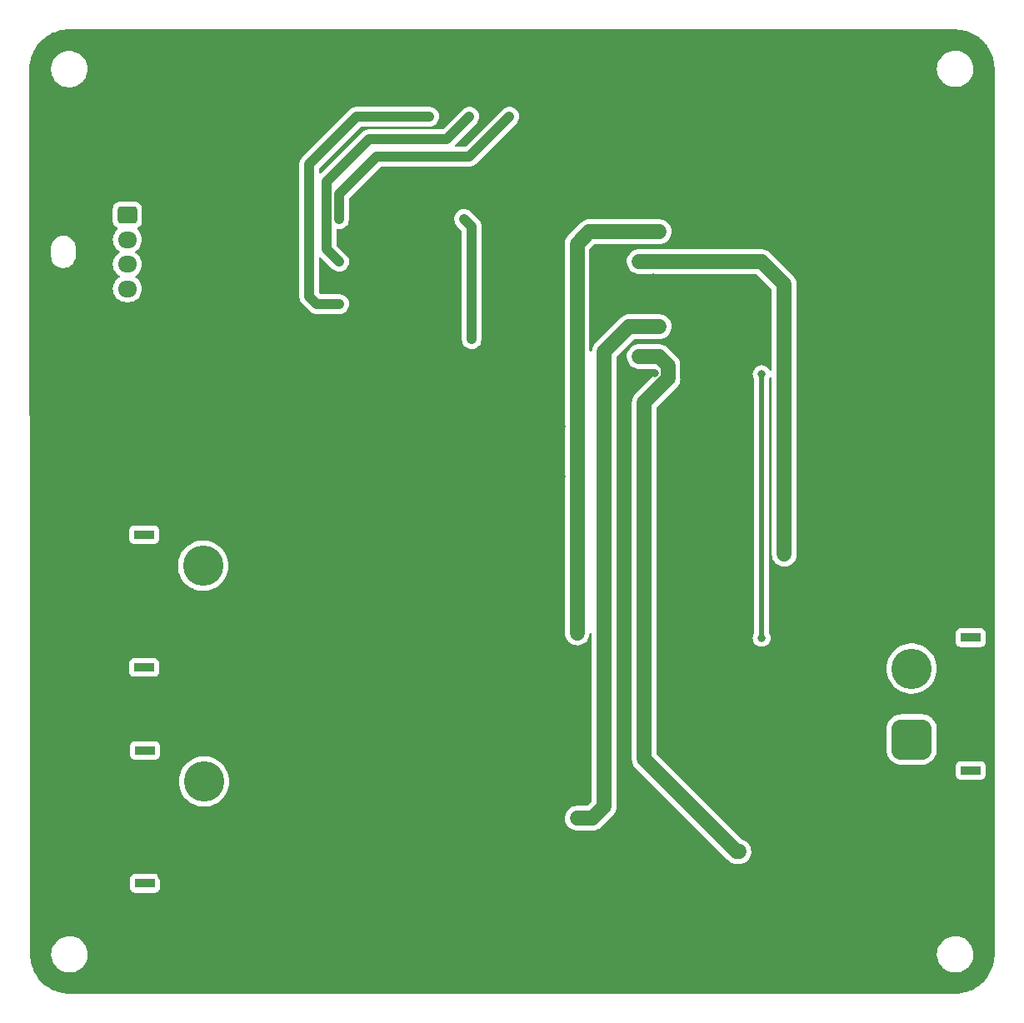
<source format=gbl>
%TF.GenerationSoftware,KiCad,Pcbnew,7.0.7*%
%TF.CreationDate,2024-03-06T17:39:43+09:00*%
%TF.ProjectId,AltairMD_V7,416c7461-6972-44d4-945f-56372e6b6963,rev?*%
%TF.SameCoordinates,Original*%
%TF.FileFunction,Copper,L2,Bot*%
%TF.FilePolarity,Positive*%
%FSLAX46Y46*%
G04 Gerber Fmt 4.6, Leading zero omitted, Abs format (unit mm)*
G04 Created by KiCad (PCBNEW 7.0.7) date 2024-03-06 17:39:43*
%MOMM*%
%LPD*%
G01*
G04 APERTURE LIST*
G04 Aperture macros list*
%AMRoundRect*
0 Rectangle with rounded corners*
0 $1 Rounding radius*
0 $2 $3 $4 $5 $6 $7 $8 $9 X,Y pos of 4 corners*
0 Add a 4 corners polygon primitive as box body*
4,1,4,$2,$3,$4,$5,$6,$7,$8,$9,$2,$3,0*
0 Add four circle primitives for the rounded corners*
1,1,$1+$1,$2,$3*
1,1,$1+$1,$4,$5*
1,1,$1+$1,$6,$7*
1,1,$1+$1,$8,$9*
0 Add four rect primitives between the rounded corners*
20,1,$1+$1,$2,$3,$4,$5,0*
20,1,$1+$1,$4,$5,$6,$7,0*
20,1,$1+$1,$6,$7,$8,$9,0*
20,1,$1+$1,$8,$9,$2,$3,0*%
G04 Aperture macros list end*
%TA.AperFunction,ComponentPad*%
%ADD10C,4.100000*%
%TD*%
%TA.AperFunction,ComponentPad*%
%ADD11RoundRect,1.025000X1.025000X-1.025000X1.025000X1.025000X-1.025000X1.025000X-1.025000X-1.025000X0*%
%TD*%
%TA.AperFunction,ComponentPad*%
%ADD12R,2.000000X0.900000*%
%TD*%
%TA.AperFunction,ComponentPad*%
%ADD13O,1.950000X1.700000*%
%TD*%
%TA.AperFunction,ComponentPad*%
%ADD14RoundRect,0.250000X-0.725000X0.600000X-0.725000X-0.600000X0.725000X-0.600000X0.725000X0.600000X0*%
%TD*%
%TA.AperFunction,ComponentPad*%
%ADD15RoundRect,1.025000X-1.025000X1.025000X-1.025000X-1.025000X1.025000X-1.025000X1.025000X1.025000X0*%
%TD*%
%TA.AperFunction,ViaPad*%
%ADD16C,0.800000*%
%TD*%
%TA.AperFunction,Conductor*%
%ADD17C,1.500000*%
%TD*%
%TA.AperFunction,Conductor*%
%ADD18C,0.500000*%
%TD*%
%TA.AperFunction,Conductor*%
%ADD19C,1.000000*%
%TD*%
G04 APERTURE END LIST*
D10*
%TO.P,J4,2,Pin_2*%
%TO.N,+24V*%
X123576000Y-100496000D03*
D11*
%TO.P,J4,1,Pin_1*%
%TO.N,GND2*%
X123576000Y-107696000D03*
D12*
%TO.P,J4,*%
%TO.N,*%
X117576000Y-97346000D03*
X117576000Y-110846000D03*
%TD*%
D13*
%TO.P,J3,4,Pin_4*%
%TO.N,Ps1*%
X115887000Y-72350000D03*
%TO.P,J3,3,Pin_3*%
%TO.N,Ps2*%
X115887000Y-69850000D03*
%TO.P,J3,2,Pin_2*%
%TO.N,SDs*%
X115887000Y-67350000D03*
D14*
%TO.P,J3,1,Pin_1*%
%TO.N,GND*%
X115887000Y-64850000D03*
%TD*%
D12*
%TO.P,J2,*%
%TO.N,*%
X201580000Y-107804000D03*
X201580000Y-121304000D03*
D15*
%TO.P,J2,1,Pin_1*%
%TO.N,Net-(D1-A)*%
X195580000Y-118154000D03*
D10*
%TO.P,J2,2,Pin_2*%
%TO.N,Net-(D5-A)*%
X195580000Y-110954000D03*
%TD*%
%TO.P,J1,2,Pin_2*%
%TO.N,+24V*%
X123672000Y-122428000D03*
D11*
%TO.P,J1,1,Pin_1*%
%TO.N,GND2*%
X123672000Y-129628000D03*
D12*
%TO.P,J1,*%
%TO.N,*%
X117672000Y-119278000D03*
X117672000Y-132778000D03*
%TD*%
D16*
%TO.N,GND2*%
X170180000Y-91440000D03*
X170180000Y-86360000D03*
X172720000Y-83820000D03*
X175260000Y-86360000D03*
X175260000Y-91440000D03*
%TO.N,Net-(Q2-Pad1)*%
X176276000Y-127793000D03*
X175006000Y-126619000D03*
X178033000Y-129550000D03*
%TO.N,GND2*%
X169468800Y-80924400D03*
X168351200Y-80899000D03*
X167259000Y-80899000D03*
%TO.N,Net-(Q3-Pad1)*%
X161590000Y-105232200D03*
%TO.N,GND2*%
X148717000Y-74396600D03*
X147193000Y-74422000D03*
X145745200Y-74371200D03*
X147701000Y-73304400D03*
X149123400Y-73304400D03*
X142367000Y-71120000D03*
X142443200Y-66802000D03*
X140690600Y-71145400D03*
X140690600Y-66827400D03*
%TO.N,Net-(Q1-Pad1)*%
X164338000Y-124968000D03*
X163118800Y-126161800D03*
%TO.N,GND2*%
X168198800Y-71247000D03*
X166903400Y-71247000D03*
X169341800Y-71221600D03*
X155702000Y-74676000D03*
X155702000Y-76708000D03*
X155702000Y-78486000D03*
X149352000Y-69850000D03*
X155956000Y-67310000D03*
X150114000Y-63246000D03*
X147828000Y-63246000D03*
X147320000Y-66802000D03*
X147320000Y-78740000D03*
X142240000Y-78740000D03*
X139700000Y-81280000D03*
X144780000Y-81280000D03*
X149860000Y-81280000D03*
X154940000Y-81280000D03*
X157480000Y-83820000D03*
X152400000Y-83820000D03*
X147320000Y-83820000D03*
X142240000Y-83820000D03*
X137160000Y-83820000D03*
X139700000Y-86360000D03*
X144780000Y-86360000D03*
X149860000Y-86360000D03*
X152400000Y-93980000D03*
X149860000Y-96520000D03*
X144780000Y-96520000D03*
X139700000Y-96520000D03*
X137160000Y-93980000D03*
X142240000Y-93980000D03*
X147320000Y-93980000D03*
X149860000Y-91440000D03*
X144780000Y-91440000D03*
X139700000Y-91440000D03*
X137160000Y-88900000D03*
X142240000Y-88900000D03*
X147320000Y-88900000D03*
X152400000Y-88900000D03*
X154940000Y-86360000D03*
X154940000Y-91440000D03*
X160020000Y-91440000D03*
X160020000Y-86360000D03*
X157480000Y-88900000D03*
X198120000Y-93980000D03*
X195580000Y-91440000D03*
X193040000Y-88900000D03*
X190500000Y-86360000D03*
X185420000Y-86360000D03*
X187960000Y-88900000D03*
X190500000Y-91440000D03*
X185420000Y-91440000D03*
X187960000Y-93980000D03*
X193040000Y-93980000D03*
X195580000Y-96520000D03*
X190500000Y-96520000D03*
X185420000Y-96520000D03*
X170180000Y-101600000D03*
X172720000Y-104140000D03*
X172720000Y-99060000D03*
X172720000Y-93980000D03*
X172720000Y-88900000D03*
X177800000Y-83820000D03*
X177800000Y-88900000D03*
X177800000Y-93980000D03*
X185420000Y-101600000D03*
X187960000Y-99060000D03*
X190500000Y-101600000D03*
X193040000Y-99060000D03*
X195580000Y-101600000D03*
X198120000Y-99060000D03*
X121920000Y-78740000D03*
X116840000Y-78740000D03*
X111760000Y-78740000D03*
X106680000Y-78740000D03*
X109220000Y-81280000D03*
X114300000Y-81280000D03*
X124460000Y-86360000D03*
X119380000Y-86360000D03*
X116840000Y-83820000D03*
X111760000Y-83820000D03*
X106680000Y-83820000D03*
X109220000Y-86360000D03*
X114300000Y-86360000D03*
X127000000Y-93980000D03*
X124460000Y-96520000D03*
X119380000Y-96520000D03*
X124460000Y-91440000D03*
X121920000Y-93980000D03*
X121920000Y-88900000D03*
X119380000Y-91440000D03*
X116840000Y-88900000D03*
X111760000Y-88900000D03*
X114300000Y-91440000D03*
X114300000Y-96520000D03*
X116840000Y-93980000D03*
X111760000Y-93980000D03*
X109220000Y-96520000D03*
X109220000Y-91440000D03*
X106680000Y-88900000D03*
X106680000Y-93980000D03*
X106680000Y-99060000D03*
X106680000Y-119380000D03*
X106680000Y-124460000D03*
X106680000Y-114300000D03*
X106680000Y-109220000D03*
X106680000Y-104140000D03*
X203200000Y-114300000D03*
X198120000Y-114300000D03*
X193040000Y-114300000D03*
X187960000Y-114300000D03*
X182880000Y-114300000D03*
X177800000Y-114300000D03*
X172720000Y-114300000D03*
X172720000Y-129540000D03*
X203200000Y-119380000D03*
X200660000Y-116840000D03*
X203200000Y-134620000D03*
X203200000Y-124460000D03*
X203200000Y-129540000D03*
X200660000Y-132080000D03*
X195580000Y-142240000D03*
X195580000Y-137160000D03*
X193040000Y-139700000D03*
X190500000Y-142240000D03*
X185420000Y-142240000D03*
X187960000Y-139700000D03*
X190500000Y-137160000D03*
X193040000Y-134620000D03*
X195580000Y-132080000D03*
X198120000Y-134620000D03*
X198120000Y-129540000D03*
X198120000Y-124460000D03*
X200660000Y-127000000D03*
X195580000Y-127000000D03*
X193040000Y-129540000D03*
X190500000Y-132080000D03*
X187960000Y-134620000D03*
X185420000Y-137160000D03*
X182880000Y-139700000D03*
X180340000Y-142240000D03*
X185420000Y-132080000D03*
X182880000Y-134620000D03*
X180340000Y-137160000D03*
X177800000Y-139700000D03*
X175260000Y-142240000D03*
X170180000Y-142240000D03*
X172720000Y-139700000D03*
X175260000Y-137160000D03*
X177800000Y-134620000D03*
X180340000Y-132080000D03*
X175260000Y-132080000D03*
X172720000Y-134620000D03*
X170180000Y-137160000D03*
X165100000Y-137160000D03*
X167640000Y-134620000D03*
X170180000Y-132080000D03*
X165100000Y-127000000D03*
X170180000Y-127000000D03*
X167640000Y-129540000D03*
X165100000Y-132080000D03*
X162560000Y-134620000D03*
X160020000Y-137160000D03*
X160020000Y-132080000D03*
X157480000Y-134620000D03*
X154940000Y-137160000D03*
X154940000Y-132080000D03*
X152400000Y-134620000D03*
X149860000Y-137160000D03*
X149860000Y-132080000D03*
X147320000Y-134620000D03*
X144780000Y-137160000D03*
X144780000Y-132080000D03*
X142240000Y-134620000D03*
X139700000Y-137160000D03*
X142240000Y-129540000D03*
X137160000Y-134620000D03*
X134620000Y-137160000D03*
X106680000Y-134620000D03*
X106680000Y-129540000D03*
X109220000Y-127000000D03*
X109220000Y-132080000D03*
X111760000Y-134620000D03*
X111760000Y-129540000D03*
X129540000Y-127000000D03*
X127000000Y-129540000D03*
X134620000Y-127000000D03*
X132080000Y-134620000D03*
X129540000Y-137160000D03*
X124460000Y-137160000D03*
X127000000Y-134620000D03*
X121920000Y-134620000D03*
X119380000Y-137160000D03*
X119380000Y-132080000D03*
X129540000Y-132080000D03*
X134620000Y-132080000D03*
X137160000Y-129540000D03*
X139700000Y-132080000D03*
X139700000Y-127000000D03*
X139700000Y-116840000D03*
X139700000Y-106680000D03*
X139700000Y-111760000D03*
X137160000Y-109220000D03*
X137160000Y-104140000D03*
X134620000Y-106680000D03*
X132080000Y-104140000D03*
X129540000Y-106680000D03*
X127000000Y-104140000D03*
X127000000Y-109220000D03*
X121920000Y-104140000D03*
X119380000Y-106680000D03*
X116840000Y-104140000D03*
X116840000Y-109220000D03*
X119380000Y-111760000D03*
X124460000Y-111760000D03*
X129540000Y-111760000D03*
X134620000Y-111760000D03*
X137160000Y-114300000D03*
X134620000Y-116840000D03*
X132080000Y-114300000D03*
X129540000Y-116840000D03*
X127000000Y-114300000D03*
X124460000Y-116840000D03*
X121920000Y-114300000D03*
X119380000Y-116840000D03*
X116840000Y-114300000D03*
X116840000Y-129540000D03*
X116840000Y-134620000D03*
X114300000Y-127000000D03*
X114300000Y-132080000D03*
X114300000Y-137160000D03*
%TO.N,Net-(D5-A)*%
X180333000Y-107842000D03*
X180340000Y-81026000D03*
%TO.N,GND2*%
X154940000Y-71120000D03*
X154940000Y-68580000D03*
X154940000Y-66040000D03*
%TO.N,Net-(Q1-Pad1)*%
X161590000Y-126158000D03*
%TO.N,Net-(Q4-Pad1)*%
X182626000Y-95504000D03*
X182626000Y-97282000D03*
X182633000Y-99342000D03*
%TO.N,Net-(Q3-Pad1)*%
X161590000Y-107334000D03*
X167894000Y-66548000D03*
X168910000Y-66548000D03*
X169926000Y-66548000D03*
%TO.N,Net-(Q4-Pad1)*%
X169926000Y-69596000D03*
X168910000Y-69596000D03*
X167894000Y-69596000D03*
%TO.N,Net-(Q1-Pad1)*%
X169926000Y-76200000D03*
X168910000Y-76200000D03*
X167894000Y-76200000D03*
%TO.N,Net-(Q2-Pad1)*%
X167894000Y-79248000D03*
X168910000Y-79248000D03*
X169926000Y-79248000D03*
%TO.N,SD*%
X154686000Y-54864000D03*
X137414000Y-65278000D03*
%TO.N,PWM2*%
X150622000Y-54864000D03*
X137414000Y-69596000D03*
%TO.N,PWM1*%
X146558000Y-54864000D03*
X137414000Y-73914000D03*
%TO.N,SD*%
X150876000Y-67818000D03*
X150876000Y-77470000D03*
X150114000Y-65278000D03*
%TD*%
D17*
%TO.N,Net-(Q3-Pad1)*%
X161590000Y-105232200D02*
X161590000Y-67772000D01*
X161590000Y-105232200D02*
X161590000Y-107334000D01*
X161590000Y-67772000D02*
X162814000Y-66548000D01*
X162814000Y-66548000D02*
X169926000Y-66548000D01*
%TO.N,Net-(Q2-Pad1)*%
X170818800Y-80140800D02*
X169926000Y-79248000D01*
X168402000Y-83900389D02*
X170818800Y-81483589D01*
X168402000Y-120142000D02*
X168402000Y-83900389D01*
X177810000Y-129550000D02*
X168402000Y-120142000D01*
X178033000Y-129550000D02*
X177810000Y-129550000D01*
X170818800Y-81483589D02*
X170818800Y-80140800D01*
%TO.N,Net-(Q1-Pad1)*%
X164338000Y-124968000D02*
X164338000Y-78740000D01*
X166878000Y-76200000D02*
X169926000Y-76200000D01*
X163122600Y-126158000D02*
X163118800Y-126161800D01*
X163148000Y-126158000D02*
X163122600Y-126158000D01*
X164338000Y-124968000D02*
X163148000Y-126158000D01*
X164338000Y-78740000D02*
X166878000Y-76200000D01*
X163115000Y-126158000D02*
X161590000Y-126158000D01*
X163118800Y-126161800D02*
X163115000Y-126158000D01*
D18*
%TO.N,Net-(D5-A)*%
X180340000Y-83044000D02*
X180333000Y-83051000D01*
X180333000Y-83051000D02*
X180333000Y-107842000D01*
X180340000Y-81026000D02*
X180340000Y-83044000D01*
D17*
%TO.N,Net-(Q2-Pad1)*%
X167894000Y-79248000D02*
X169926000Y-79248000D01*
%TO.N,Net-(Q1-Pad1)*%
X167894000Y-76200000D02*
X169926000Y-76200000D01*
%TO.N,Net-(Q4-Pad1)*%
X182633000Y-95511000D02*
X182633000Y-97275000D01*
X182626000Y-95504000D02*
X182633000Y-95511000D01*
X182633000Y-95497000D02*
X182626000Y-95504000D01*
X182633000Y-97289000D02*
X182633000Y-99342000D01*
X182626000Y-97282000D02*
X182633000Y-97289000D01*
X182633000Y-97275000D02*
X182626000Y-97282000D01*
X180340000Y-69596000D02*
X182633000Y-71889000D01*
X169926000Y-69596000D02*
X180340000Y-69596000D01*
X182633000Y-71889000D02*
X182633000Y-95497000D01*
X167894000Y-69596000D02*
X169926000Y-69596000D01*
D19*
%TO.N,SD*%
X150622000Y-58928000D02*
X154686000Y-54864000D01*
X143764000Y-58928000D02*
X150622000Y-58928000D01*
X140208000Y-59944000D02*
X141224000Y-58928000D01*
X141224000Y-58928000D02*
X143764000Y-58928000D01*
X137414000Y-62738000D02*
X140208000Y-59944000D01*
X137414000Y-65278000D02*
X137414000Y-62738000D01*
%TO.N,PWM2*%
X148336000Y-57150000D02*
X150622000Y-54864000D01*
X140716000Y-57150000D02*
X148336000Y-57150000D01*
X140462000Y-57150000D02*
X140716000Y-57150000D01*
X136144000Y-61468000D02*
X137160000Y-60452000D01*
X136144000Y-66040000D02*
X136144000Y-61468000D01*
X136144000Y-68326000D02*
X136144000Y-66040000D01*
X137414000Y-69596000D02*
X136144000Y-68326000D01*
X137160000Y-60452000D02*
X140462000Y-57150000D01*
%TO.N,PWM1*%
X139192000Y-54864000D02*
X146558000Y-54864000D01*
X134366000Y-59690000D02*
X139192000Y-54864000D01*
X134366000Y-73152000D02*
X134366000Y-59690000D01*
X135128000Y-73914000D02*
X134366000Y-73152000D01*
X137414000Y-73914000D02*
X135128000Y-73914000D01*
%TO.N,SD*%
X150114000Y-65278000D02*
X150876000Y-66040000D01*
X150876000Y-66040000D02*
X150876000Y-67818000D01*
X150876000Y-67818000D02*
X150876000Y-77470000D01*
%TD*%
%TA.AperFunction,Conductor*%
%TO.N,GND2*%
G36*
X199948158Y-46000484D02*
G01*
X199948212Y-46000500D01*
X199998560Y-46000500D01*
X200001423Y-46000566D01*
X200040986Y-46002394D01*
X200172950Y-46008495D01*
X200372549Y-46018302D01*
X200378048Y-46018819D01*
X200563357Y-46044668D01*
X200749828Y-46072329D01*
X200754871Y-46073294D01*
X200939341Y-46116681D01*
X201120221Y-46161989D01*
X201124797Y-46163327D01*
X201305568Y-46223916D01*
X201480339Y-46286450D01*
X201484471Y-46288100D01*
X201542986Y-46313936D01*
X201659474Y-46365370D01*
X201826973Y-46444592D01*
X201830601Y-46446457D01*
X201998142Y-46539778D01*
X202156964Y-46634972D01*
X202160119Y-46636996D01*
X202318603Y-46745559D01*
X202467377Y-46855897D01*
X202470001Y-46857957D01*
X202618027Y-46980876D01*
X202755321Y-47105314D01*
X202757514Y-47107402D01*
X202892596Y-47242484D01*
X202894687Y-47244680D01*
X203019129Y-47381980D01*
X203142034Y-47529989D01*
X203144109Y-47532632D01*
X203254437Y-47681392D01*
X203287989Y-47730371D01*
X203363002Y-47839879D01*
X203365032Y-47843044D01*
X203460221Y-48001857D01*
X203553527Y-48169371D01*
X203555410Y-48173034D01*
X203634638Y-48340547D01*
X203711899Y-48515527D01*
X203713558Y-48519685D01*
X203776093Y-48694459D01*
X203836662Y-48875173D01*
X203838018Y-48879812D01*
X203883317Y-49060654D01*
X203926696Y-49245090D01*
X203927672Y-49250189D01*
X203955337Y-49436689D01*
X203981177Y-49621933D01*
X203981697Y-49627459D01*
X203991512Y-49827238D01*
X203999434Y-49998575D01*
X203999500Y-50001439D01*
X203999500Y-139998560D01*
X203999434Y-140001424D01*
X203991512Y-140172761D01*
X203981697Y-140372539D01*
X203981177Y-140378065D01*
X203955337Y-140563310D01*
X203927672Y-140749809D01*
X203926696Y-140754908D01*
X203883317Y-140939345D01*
X203838018Y-141120186D01*
X203836662Y-141124825D01*
X203776093Y-141305540D01*
X203713557Y-141480314D01*
X203711899Y-141484470D01*
X203634638Y-141659452D01*
X203555410Y-141826964D01*
X203553527Y-141830627D01*
X203460221Y-141998142D01*
X203365032Y-142156954D01*
X203363002Y-142160118D01*
X203254437Y-142318608D01*
X203144121Y-142467350D01*
X203142021Y-142470025D01*
X203019132Y-142618016D01*
X202894695Y-142755310D01*
X202892596Y-142757514D01*
X202757514Y-142892596D01*
X202755310Y-142894695D01*
X202618016Y-143019132D01*
X202470025Y-143142021D01*
X202467350Y-143144121D01*
X202318608Y-143254437D01*
X202160118Y-143363002D01*
X202156954Y-143365032D01*
X201998142Y-143460221D01*
X201830627Y-143553527D01*
X201826964Y-143555410D01*
X201659452Y-143634638D01*
X201484470Y-143711899D01*
X201480314Y-143713557D01*
X201305540Y-143776093D01*
X201124825Y-143836662D01*
X201120186Y-143838018D01*
X200939345Y-143883317D01*
X200754908Y-143926696D01*
X200749809Y-143927672D01*
X200563310Y-143955337D01*
X200378065Y-143981177D01*
X200372539Y-143981697D01*
X200172761Y-143991512D01*
X200001424Y-143999434D01*
X199998560Y-143999500D01*
X110001440Y-143999500D01*
X109998576Y-143999434D01*
X109827238Y-143991512D01*
X109627459Y-143981697D01*
X109621933Y-143981177D01*
X109436689Y-143955337D01*
X109250189Y-143927672D01*
X109245090Y-143926696D01*
X109060654Y-143883317D01*
X108879812Y-143838018D01*
X108875173Y-143836662D01*
X108694459Y-143776093D01*
X108519685Y-143713558D01*
X108515527Y-143711899D01*
X108340547Y-143634638D01*
X108173034Y-143555410D01*
X108169371Y-143553527D01*
X108001857Y-143460221D01*
X107843044Y-143365032D01*
X107839879Y-143363002D01*
X107730371Y-143287989D01*
X107681392Y-143254437D01*
X107532632Y-143144109D01*
X107529989Y-143142034D01*
X107381980Y-143019129D01*
X107244688Y-142894695D01*
X107242484Y-142892596D01*
X107107402Y-142757514D01*
X107105314Y-142755321D01*
X106980867Y-142618016D01*
X106857957Y-142470001D01*
X106855897Y-142467377D01*
X106745559Y-142318603D01*
X106636995Y-142160118D01*
X106634966Y-142156954D01*
X106539778Y-141998142D01*
X106512261Y-141948740D01*
X106446457Y-141830601D01*
X106444588Y-141826964D01*
X106420852Y-141776779D01*
X106365370Y-141659474D01*
X106288100Y-141484471D01*
X106286450Y-141480339D01*
X106223906Y-141305540D01*
X106163327Y-141124797D01*
X106161989Y-141120221D01*
X106116675Y-140939315D01*
X106111402Y-140916895D01*
X106073294Y-140754871D01*
X106072329Y-140749828D01*
X106044662Y-140563310D01*
X106018819Y-140378048D01*
X106018302Y-140372549D01*
X106008487Y-140172761D01*
X106003633Y-140067763D01*
X108145787Y-140067763D01*
X108175413Y-140337013D01*
X108175415Y-140337024D01*
X108234564Y-140563270D01*
X108243928Y-140599088D01*
X108349870Y-140848390D01*
X108421998Y-140966575D01*
X108490979Y-141079605D01*
X108490986Y-141079615D01*
X108664253Y-141287819D01*
X108664259Y-141287824D01*
X108769240Y-141381887D01*
X108865998Y-141468582D01*
X109091910Y-141618044D01*
X109337176Y-141733020D01*
X109337183Y-141733022D01*
X109337185Y-141733023D01*
X109596557Y-141811057D01*
X109596564Y-141811058D01*
X109596569Y-141811060D01*
X109864561Y-141850500D01*
X109864566Y-141850500D01*
X110067636Y-141850500D01*
X110119133Y-141846730D01*
X110270156Y-141835677D01*
X110382758Y-141810593D01*
X110534546Y-141776782D01*
X110534548Y-141776781D01*
X110534553Y-141776780D01*
X110787558Y-141680014D01*
X111023777Y-141547441D01*
X111238177Y-141381888D01*
X111426186Y-141186881D01*
X111583799Y-140966579D01*
X111692626Y-140754909D01*
X111707649Y-140725690D01*
X111707651Y-140725684D01*
X111707656Y-140725675D01*
X111795118Y-140469305D01*
X111844319Y-140202933D01*
X111849259Y-140067763D01*
X198145787Y-140067763D01*
X198175413Y-140337013D01*
X198175415Y-140337024D01*
X198234564Y-140563270D01*
X198243928Y-140599088D01*
X198349870Y-140848390D01*
X198421998Y-140966575D01*
X198490979Y-141079605D01*
X198490986Y-141079615D01*
X198664253Y-141287819D01*
X198664259Y-141287824D01*
X198769240Y-141381887D01*
X198865998Y-141468582D01*
X199091910Y-141618044D01*
X199337176Y-141733020D01*
X199337183Y-141733022D01*
X199337185Y-141733023D01*
X199596557Y-141811057D01*
X199596564Y-141811058D01*
X199596569Y-141811060D01*
X199864561Y-141850500D01*
X199864566Y-141850500D01*
X200067636Y-141850500D01*
X200119133Y-141846730D01*
X200270156Y-141835677D01*
X200382758Y-141810593D01*
X200534546Y-141776782D01*
X200534548Y-141776781D01*
X200534553Y-141776780D01*
X200787558Y-141680014D01*
X201023777Y-141547441D01*
X201238177Y-141381888D01*
X201426186Y-141186881D01*
X201583799Y-140966579D01*
X201692626Y-140754909D01*
X201707649Y-140725690D01*
X201707651Y-140725684D01*
X201707656Y-140725675D01*
X201795118Y-140469305D01*
X201844319Y-140202933D01*
X201854212Y-139932235D01*
X201824586Y-139662982D01*
X201756072Y-139400912D01*
X201650130Y-139151610D01*
X201509018Y-138920390D01*
X201419747Y-138813119D01*
X201335746Y-138712180D01*
X201335740Y-138712175D01*
X201134002Y-138531418D01*
X200908092Y-138381957D01*
X200908090Y-138381956D01*
X200662824Y-138266980D01*
X200662819Y-138266978D01*
X200662814Y-138266976D01*
X200403442Y-138188942D01*
X200403428Y-138188939D01*
X200287791Y-138171921D01*
X200135439Y-138149500D01*
X199932369Y-138149500D01*
X199932364Y-138149500D01*
X199729844Y-138164323D01*
X199729831Y-138164325D01*
X199465453Y-138223217D01*
X199465446Y-138223220D01*
X199212439Y-138319987D01*
X198976226Y-138452557D01*
X198761822Y-138618112D01*
X198573822Y-138813109D01*
X198573816Y-138813116D01*
X198416202Y-139033419D01*
X198416199Y-139033424D01*
X198292350Y-139274309D01*
X198292343Y-139274327D01*
X198204884Y-139530685D01*
X198204881Y-139530699D01*
X198155681Y-139797068D01*
X198155680Y-139797075D01*
X198145787Y-140067763D01*
X111849259Y-140067763D01*
X111854212Y-139932235D01*
X111824586Y-139662982D01*
X111756072Y-139400912D01*
X111650130Y-139151610D01*
X111509018Y-138920390D01*
X111419747Y-138813119D01*
X111335746Y-138712180D01*
X111335740Y-138712175D01*
X111134002Y-138531418D01*
X110908092Y-138381957D01*
X110908090Y-138381956D01*
X110662824Y-138266980D01*
X110662819Y-138266978D01*
X110662814Y-138266976D01*
X110403442Y-138188942D01*
X110403428Y-138188939D01*
X110287791Y-138171921D01*
X110135439Y-138149500D01*
X109932369Y-138149500D01*
X109932364Y-138149500D01*
X109729844Y-138164323D01*
X109729831Y-138164325D01*
X109465453Y-138223217D01*
X109465446Y-138223220D01*
X109212439Y-138319987D01*
X108976226Y-138452557D01*
X108761822Y-138618112D01*
X108573822Y-138813109D01*
X108573816Y-138813116D01*
X108416202Y-139033419D01*
X108416199Y-139033424D01*
X108292350Y-139274309D01*
X108292343Y-139274327D01*
X108204884Y-139530685D01*
X108204881Y-139530699D01*
X108155681Y-139797068D01*
X108155680Y-139797075D01*
X108145787Y-140067763D01*
X106003633Y-140067763D01*
X106000566Y-140001423D01*
X106000500Y-139998560D01*
X106000500Y-139948647D01*
X106000452Y-139948203D01*
X105994370Y-133275870D01*
X116171500Y-133275870D01*
X116171501Y-133275876D01*
X116177908Y-133335483D01*
X116228202Y-133470328D01*
X116228206Y-133470335D01*
X116314452Y-133585544D01*
X116314455Y-133585547D01*
X116429664Y-133671793D01*
X116429671Y-133671797D01*
X116564517Y-133722091D01*
X116564516Y-133722091D01*
X116571444Y-133722835D01*
X116624127Y-133728500D01*
X118719872Y-133728499D01*
X118779483Y-133722091D01*
X118914331Y-133671796D01*
X119029546Y-133585546D01*
X119115796Y-133470331D01*
X119166091Y-133335483D01*
X119172500Y-133275873D01*
X119172499Y-132280128D01*
X119166091Y-132220517D01*
X119115796Y-132085669D01*
X119115795Y-132085668D01*
X119115793Y-132085664D01*
X119029547Y-131970455D01*
X119029544Y-131970452D01*
X118914335Y-131884206D01*
X118914328Y-131884202D01*
X118779482Y-131833908D01*
X118779483Y-131833908D01*
X118719883Y-131827501D01*
X118719881Y-131827500D01*
X118719873Y-131827500D01*
X118719864Y-131827500D01*
X116624129Y-131827500D01*
X116624123Y-131827501D01*
X116564516Y-131833908D01*
X116429671Y-131884202D01*
X116429664Y-131884206D01*
X116314455Y-131970452D01*
X116314452Y-131970455D01*
X116228206Y-132085664D01*
X116228202Y-132085671D01*
X116177908Y-132220517D01*
X116171501Y-132280116D01*
X116171501Y-132280123D01*
X116171500Y-132280135D01*
X116171500Y-133275870D01*
X105994370Y-133275870D01*
X105987933Y-126214330D01*
X160335710Y-126214330D01*
X160365925Y-126437387D01*
X160365926Y-126437390D01*
X160435483Y-126651465D01*
X160542146Y-126849678D01*
X160542148Y-126849681D01*
X160682489Y-127025663D01*
X160682491Y-127025664D01*
X160682492Y-127025666D01*
X160852004Y-127173765D01*
X161045236Y-127289215D01*
X161252944Y-127367169D01*
X161255976Y-127368307D01*
X161477450Y-127408500D01*
X161477453Y-127408500D01*
X162986636Y-127408500D01*
X163006034Y-127410026D01*
X163034340Y-127414510D01*
X163058396Y-127413969D01*
X163066712Y-127414343D01*
X163090627Y-127417038D01*
X163173562Y-127411445D01*
X163176253Y-127411324D01*
X163259378Y-127409460D01*
X163282959Y-127404631D01*
X163291213Y-127403513D01*
X163315212Y-127401896D01*
X163315217Y-127401894D01*
X163320722Y-127401023D01*
X163320735Y-127401106D01*
X163336276Y-127398644D01*
X163344412Y-127398096D01*
X163348648Y-127397028D01*
X163367841Y-127393767D01*
X163372188Y-127393377D01*
X163428453Y-127377848D01*
X163467148Y-127367169D01*
X163469840Y-127366490D01*
X163471104Y-127366171D01*
X163473793Y-127365557D01*
X163479896Y-127364308D01*
X163479912Y-127364301D01*
X163485815Y-127362529D01*
X163488487Y-127361791D01*
X163562683Y-127343096D01*
X163566655Y-127341291D01*
X163584962Y-127334654D01*
X163589170Y-127333493D01*
X163677935Y-127290746D01*
X163767626Y-127250007D01*
X163771220Y-127247516D01*
X163788035Y-127237724D01*
X163791973Y-127235829D01*
X163871676Y-127177921D01*
X163952654Y-127121820D01*
X163955741Y-127118733D01*
X163970544Y-127106089D01*
X163974078Y-127103522D01*
X164042151Y-127032322D01*
X165170128Y-125904345D01*
X165175296Y-125899726D01*
X165205666Y-125875508D01*
X165250638Y-125824031D01*
X165253455Y-125821018D01*
X165261945Y-125812530D01*
X165288964Y-125780165D01*
X165353765Y-125705996D01*
X165356004Y-125702248D01*
X165367265Y-125686375D01*
X165370068Y-125683019D01*
X165418683Y-125597340D01*
X165469215Y-125512764D01*
X165470747Y-125508679D01*
X165479003Y-125491033D01*
X165481153Y-125487245D01*
X165513692Y-125394253D01*
X165548307Y-125302024D01*
X165549085Y-125297737D01*
X165554056Y-125278902D01*
X165555498Y-125274783D01*
X165570910Y-125177472D01*
X165588500Y-125080547D01*
X165588500Y-125076168D01*
X165590027Y-125056770D01*
X165590710Y-125052460D01*
X165588500Y-124953997D01*
X165588500Y-79309335D01*
X165589970Y-79304330D01*
X166639710Y-79304330D01*
X166669925Y-79527387D01*
X166669926Y-79527390D01*
X166739483Y-79741465D01*
X166846146Y-79939678D01*
X166846148Y-79939681D01*
X166986489Y-80115663D01*
X166986491Y-80115664D01*
X166986492Y-80115666D01*
X167156004Y-80263765D01*
X167349236Y-80379215D01*
X167559976Y-80458307D01*
X167781450Y-80498500D01*
X167781453Y-80498500D01*
X169356664Y-80498500D01*
X169423703Y-80518185D01*
X169444345Y-80534819D01*
X169531981Y-80622455D01*
X169565466Y-80683778D01*
X169568300Y-80710136D01*
X169568300Y-80914251D01*
X169548615Y-80981290D01*
X169531981Y-81001932D01*
X167569885Y-82964028D01*
X167564699Y-82968663D01*
X167534337Y-82992877D01*
X167534333Y-82992881D01*
X167489365Y-83044349D01*
X167486521Y-83047392D01*
X167478064Y-83055850D01*
X167478054Y-83055861D01*
X167451049Y-83088207D01*
X167386234Y-83162393D01*
X167386230Y-83162399D01*
X167383981Y-83166163D01*
X167372746Y-83181997D01*
X167369934Y-83185366D01*
X167369932Y-83185370D01*
X167321316Y-83271048D01*
X167293321Y-83317903D01*
X167270783Y-83355627D01*
X167269247Y-83359721D01*
X167261008Y-83377334D01*
X167258850Y-83381136D01*
X167258846Y-83381146D01*
X167226307Y-83474135D01*
X167191694Y-83566359D01*
X167191689Y-83566377D01*
X167190909Y-83570677D01*
X167185952Y-83589458D01*
X167184503Y-83593598D01*
X167184502Y-83593604D01*
X167169089Y-83690916D01*
X167151500Y-83787837D01*
X167151500Y-83792216D01*
X167149973Y-83811618D01*
X167149289Y-83815929D01*
X167151500Y-83914410D01*
X167151500Y-120068293D01*
X167151110Y-120075231D01*
X167148792Y-120095804D01*
X167146762Y-120113823D01*
X167146761Y-120113831D01*
X167151359Y-120182013D01*
X167151500Y-120186186D01*
X167151500Y-120198156D01*
X167155277Y-120240124D01*
X167161903Y-120338407D01*
X167161903Y-120338412D01*
X167162972Y-120342652D01*
X167166230Y-120361824D01*
X167166623Y-120366190D01*
X167192835Y-120461165D01*
X167216903Y-120556681D01*
X167218715Y-120560670D01*
X167225340Y-120578944D01*
X167226504Y-120583162D01*
X167226507Y-120583170D01*
X167269253Y-120671935D01*
X167309993Y-120761626D01*
X167309994Y-120761629D01*
X167312483Y-120765221D01*
X167322269Y-120782026D01*
X167324166Y-120785965D01*
X167324174Y-120785979D01*
X167382078Y-120865676D01*
X167438180Y-120946655D01*
X167441273Y-120949748D01*
X167453907Y-120964539D01*
X167456478Y-120968078D01*
X167456481Y-120968081D01*
X167527679Y-121036153D01*
X176873642Y-130382116D01*
X176878279Y-130387304D01*
X176902492Y-130417666D01*
X176953967Y-130462639D01*
X176957000Y-130465474D01*
X176965470Y-130473944D01*
X176991316Y-130495522D01*
X176997814Y-130500947D01*
X177072004Y-130565765D01*
X177075750Y-130568003D01*
X177091624Y-130579265D01*
X177094981Y-130582068D01*
X177180659Y-130630683D01*
X177265236Y-130681215D01*
X177269327Y-130682750D01*
X177286955Y-130690996D01*
X177290755Y-130693153D01*
X177383746Y-130725692D01*
X177475976Y-130760307D01*
X177478565Y-130760776D01*
X177480274Y-130761087D01*
X177499089Y-130766053D01*
X177503217Y-130767498D01*
X177600526Y-130782910D01*
X177600527Y-130782910D01*
X177697450Y-130800500D01*
X177697453Y-130800500D01*
X177701828Y-130800500D01*
X177721231Y-130802028D01*
X177722938Y-130802297D01*
X177725540Y-130802710D01*
X177824002Y-130800500D01*
X178089155Y-130800500D01*
X178257188Y-130785377D01*
X178266127Y-130782910D01*
X178474160Y-130725496D01*
X178474162Y-130725495D01*
X178474170Y-130725493D01*
X178676973Y-130627829D01*
X178859078Y-130495522D01*
X179014632Y-130332825D01*
X179138635Y-130144968D01*
X179227103Y-129937988D01*
X179277191Y-129718537D01*
X179287290Y-129493670D01*
X179257075Y-129270613D01*
X179187517Y-129056536D01*
X179080852Y-128858319D01*
X178940508Y-128682334D01*
X178770996Y-128534235D01*
X178577764Y-128418785D01*
X178393982Y-128349810D01*
X178349872Y-128321398D01*
X171830345Y-121801870D01*
X200079500Y-121801870D01*
X200079501Y-121801876D01*
X200085908Y-121861483D01*
X200136202Y-121996328D01*
X200136206Y-121996335D01*
X200222452Y-122111544D01*
X200222455Y-122111547D01*
X200337664Y-122197793D01*
X200337671Y-122197797D01*
X200472517Y-122248091D01*
X200472516Y-122248091D01*
X200479444Y-122248835D01*
X200532127Y-122254500D01*
X202627872Y-122254499D01*
X202687483Y-122248091D01*
X202822331Y-122197796D01*
X202937546Y-122111546D01*
X203023796Y-121996331D01*
X203074091Y-121861483D01*
X203080500Y-121801873D01*
X203080499Y-120806128D01*
X203074091Y-120746517D01*
X203058419Y-120704499D01*
X203023797Y-120611671D01*
X203023793Y-120611664D01*
X202937547Y-120496455D01*
X202937544Y-120496452D01*
X202822335Y-120410206D01*
X202822328Y-120410202D01*
X202687482Y-120359908D01*
X202687483Y-120359908D01*
X202627883Y-120353501D01*
X202627881Y-120353500D01*
X202627873Y-120353500D01*
X202627864Y-120353500D01*
X200532129Y-120353500D01*
X200532123Y-120353501D01*
X200472516Y-120359908D01*
X200337671Y-120410202D01*
X200337664Y-120410206D01*
X200222455Y-120496452D01*
X200222452Y-120496455D01*
X200136206Y-120611664D01*
X200136202Y-120611671D01*
X200085908Y-120746517D01*
X200081666Y-120785979D01*
X200079501Y-120806123D01*
X200079500Y-120806135D01*
X200079500Y-121801870D01*
X171830345Y-121801870D01*
X169688819Y-119660344D01*
X169655334Y-119599021D01*
X169652500Y-119572663D01*
X169652500Y-117058705D01*
X193029500Y-117058705D01*
X193029501Y-119249293D01*
X193039718Y-119394027D01*
X193039718Y-119394031D01*
X193039719Y-119394034D01*
X193039720Y-119394038D01*
X193093834Y-119634314D01*
X193093835Y-119634319D01*
X193150810Y-119775883D01*
X193185795Y-119862809D01*
X193313216Y-120073589D01*
X193349015Y-120115676D01*
X193472798Y-120261201D01*
X193581309Y-120353500D01*
X193660411Y-120420784D01*
X193871191Y-120548205D01*
X194099683Y-120640165D01*
X194339966Y-120694281D01*
X194484705Y-120704500D01*
X196675294Y-120704499D01*
X196820034Y-120694281D01*
X197060317Y-120640165D01*
X197288809Y-120548205D01*
X197499589Y-120420784D01*
X197687201Y-120261201D01*
X197846784Y-120073589D01*
X197974205Y-119862809D01*
X198066165Y-119634317D01*
X198120281Y-119394034D01*
X198130500Y-119249295D01*
X198130499Y-117058706D01*
X198120281Y-116913966D01*
X198066165Y-116673683D01*
X197974205Y-116445191D01*
X197846784Y-116234411D01*
X197780930Y-116156990D01*
X197687201Y-116046798D01*
X197557654Y-115936606D01*
X197499589Y-115887216D01*
X197288809Y-115759795D01*
X197288809Y-115759794D01*
X197060318Y-115667835D01*
X196820036Y-115613719D01*
X196820029Y-115613718D01*
X196675295Y-115603500D01*
X194484706Y-115603501D01*
X194468915Y-115604615D01*
X194339972Y-115613718D01*
X194339966Y-115613718D01*
X194339966Y-115613719D01*
X194339963Y-115613719D01*
X194339961Y-115613720D01*
X194099685Y-115667834D01*
X194099680Y-115667835D01*
X193871190Y-115759795D01*
X193871185Y-115759798D01*
X193660417Y-115887212D01*
X193660407Y-115887219D01*
X193472798Y-116046798D01*
X193313219Y-116234407D01*
X193313212Y-116234417D01*
X193185798Y-116445185D01*
X193185795Y-116445190D01*
X193093835Y-116673680D01*
X193093835Y-116673682D01*
X193039719Y-116913963D01*
X193039718Y-116913970D01*
X193029500Y-117058705D01*
X169652500Y-117058705D01*
X169652500Y-110954005D01*
X193024457Y-110954005D01*
X193044606Y-111274283D01*
X193044607Y-111274290D01*
X193104745Y-111589542D01*
X193203916Y-111894759D01*
X193203918Y-111894764D01*
X193340558Y-112185138D01*
X193340562Y-112185144D01*
X193512520Y-112456108D01*
X193512522Y-112456111D01*
X193717087Y-112703388D01*
X193951034Y-112923078D01*
X193951044Y-112923086D01*
X194210660Y-113111708D01*
X194210666Y-113111711D01*
X194210672Y-113111716D01*
X194491903Y-113266324D01*
X194790294Y-113384466D01*
X194790293Y-113384466D01*
X195101135Y-113464276D01*
X195101139Y-113464277D01*
X195167935Y-113472715D01*
X195419524Y-113504499D01*
X195419533Y-113504499D01*
X195419536Y-113504500D01*
X195419538Y-113504500D01*
X195740462Y-113504500D01*
X195740464Y-113504500D01*
X195740467Y-113504499D01*
X195740475Y-113504499D01*
X195930463Y-113480497D01*
X196058861Y-113464277D01*
X196369706Y-113384466D01*
X196668097Y-113266324D01*
X196949328Y-113111716D01*
X197208964Y-112923080D01*
X197442911Y-112703390D01*
X197647478Y-112456110D01*
X197819439Y-112185142D01*
X197956084Y-111894758D01*
X198055256Y-111589538D01*
X198115392Y-111274294D01*
X198135543Y-110954000D01*
X198115392Y-110633706D01*
X198055256Y-110318462D01*
X197956084Y-110013242D01*
X197956081Y-110013235D01*
X197819441Y-109722861D01*
X197819437Y-109722855D01*
X197647479Y-109451891D01*
X197647477Y-109451888D01*
X197442912Y-109204611D01*
X197208965Y-108984921D01*
X197208955Y-108984913D01*
X196949339Y-108796291D01*
X196949321Y-108796280D01*
X196668096Y-108641675D01*
X196668093Y-108641674D01*
X196381248Y-108528104D01*
X196369706Y-108523534D01*
X196369704Y-108523533D01*
X196369706Y-108523533D01*
X196058864Y-108443723D01*
X196058851Y-108443721D01*
X195740475Y-108403500D01*
X195740464Y-108403500D01*
X195419536Y-108403500D01*
X195419524Y-108403500D01*
X195101148Y-108443721D01*
X195101135Y-108443723D01*
X194790294Y-108523533D01*
X194491906Y-108641674D01*
X194491903Y-108641675D01*
X194210678Y-108796280D01*
X194210660Y-108796291D01*
X193951044Y-108984913D01*
X193951034Y-108984921D01*
X193717087Y-109204611D01*
X193512522Y-109451888D01*
X193512520Y-109451891D01*
X193340562Y-109722855D01*
X193340558Y-109722861D01*
X193203918Y-110013235D01*
X193203916Y-110013240D01*
X193104745Y-110318457D01*
X193044607Y-110633709D01*
X193044606Y-110633716D01*
X193024457Y-110953994D01*
X193024457Y-110954005D01*
X169652500Y-110954005D01*
X169652500Y-84469724D01*
X169672185Y-84402685D01*
X169688814Y-84382048D01*
X171650927Y-82419934D01*
X171656087Y-82415322D01*
X171686466Y-82391097D01*
X171731432Y-82339628D01*
X171734278Y-82336584D01*
X171742729Y-82328134D01*
X171742729Y-82328133D01*
X171742744Y-82328119D01*
X171769747Y-82295774D01*
X171834565Y-82221585D01*
X171836806Y-82217832D01*
X171848074Y-82201953D01*
X171850868Y-82198608D01*
X171899483Y-82112929D01*
X171950015Y-82028353D01*
X171951547Y-82024268D01*
X171959803Y-82006622D01*
X171961953Y-82002834D01*
X171994492Y-81909842D01*
X172029107Y-81817613D01*
X172029885Y-81813326D01*
X172034856Y-81794491D01*
X172036298Y-81790372D01*
X172051710Y-81693061D01*
X172069300Y-81596136D01*
X172069300Y-81591761D01*
X172070828Y-81572356D01*
X172071510Y-81568051D01*
X172069299Y-81469586D01*
X172069299Y-80914251D01*
X172069299Y-80214487D01*
X172069687Y-80207587D01*
X172074038Y-80168973D01*
X172073760Y-80164857D01*
X172070444Y-80115666D01*
X172069439Y-80100767D01*
X172069300Y-80096612D01*
X172069300Y-80084649D01*
X172069300Y-80084645D01*
X172065522Y-80042676D01*
X172058896Y-79944388D01*
X172057827Y-79940148D01*
X172054568Y-79920969D01*
X172054177Y-79916612D01*
X172027964Y-79821634D01*
X172003896Y-79726117D01*
X172002089Y-79722139D01*
X171995453Y-79703834D01*
X171994292Y-79699628D01*
X171951546Y-79610864D01*
X171910808Y-79521177D01*
X171910807Y-79521174D01*
X171908317Y-79517580D01*
X171898525Y-79500764D01*
X171896631Y-79496830D01*
X171838721Y-79417122D01*
X171782626Y-79336154D01*
X171782623Y-79336150D01*
X171782620Y-79336146D01*
X171779529Y-79333055D01*
X171766893Y-79318261D01*
X171764321Y-79314721D01*
X171764319Y-79314719D01*
X171693120Y-79246646D01*
X170862356Y-78415882D01*
X170857719Y-78410693D01*
X170833507Y-78380332D01*
X170782031Y-78335359D01*
X170778997Y-78332523D01*
X170770529Y-78324055D01*
X170769798Y-78323445D01*
X170738181Y-78297049D01*
X170664002Y-78232240D01*
X170663997Y-78232236D01*
X170663996Y-78232235D01*
X170660241Y-78229991D01*
X170644373Y-78218732D01*
X170641019Y-78215932D01*
X170641018Y-78215931D01*
X170641013Y-78215927D01*
X170573614Y-78177685D01*
X170555340Y-78167316D01*
X170470764Y-78116785D01*
X170470761Y-78116783D01*
X170466669Y-78115248D01*
X170449044Y-78107002D01*
X170445245Y-78104846D01*
X170352253Y-78072307D01*
X170260029Y-78037694D01*
X170260019Y-78037691D01*
X170255723Y-78036912D01*
X170236918Y-78031949D01*
X170232784Y-78030502D01*
X170232779Y-78030501D01*
X170135472Y-78015089D01*
X170038550Y-77997500D01*
X170038547Y-77997500D01*
X170034172Y-77997500D01*
X170014769Y-77995972D01*
X170010460Y-77995289D01*
X169911978Y-77997500D01*
X167837845Y-77997500D01*
X167799399Y-78000960D01*
X167669813Y-78012622D01*
X167669807Y-78012623D01*
X167452839Y-78072503D01*
X167452826Y-78072508D01*
X167250033Y-78170167D01*
X167250025Y-78170171D01*
X167067927Y-78302473D01*
X167067925Y-78302474D01*
X166912366Y-78465176D01*
X166788363Y-78653033D01*
X166699899Y-78860004D01*
X166699895Y-78860017D01*
X166649810Y-79079457D01*
X166649808Y-79079468D01*
X166641792Y-79257973D01*
X166639710Y-79304330D01*
X165589970Y-79304330D01*
X165608185Y-79242296D01*
X165624819Y-79221654D01*
X167359655Y-77486819D01*
X167420978Y-77453334D01*
X167447336Y-77450500D01*
X169982148Y-77450500D01*
X169982155Y-77450500D01*
X170150188Y-77435377D01*
X170150192Y-77435376D01*
X170367160Y-77375496D01*
X170367162Y-77375495D01*
X170367170Y-77375493D01*
X170569973Y-77277829D01*
X170752078Y-77145522D01*
X170907632Y-76982825D01*
X171031635Y-76794968D01*
X171120103Y-76587988D01*
X171170191Y-76368537D01*
X171180290Y-76143670D01*
X171150075Y-75920613D01*
X171080517Y-75706536D01*
X170973852Y-75508319D01*
X170833508Y-75332334D01*
X170663996Y-75184235D01*
X170470764Y-75068785D01*
X170327196Y-75014903D01*
X170260023Y-74989692D01*
X170038550Y-74949500D01*
X170038547Y-74949500D01*
X166951697Y-74949500D01*
X166944758Y-74949110D01*
X166917907Y-74946085D01*
X166906174Y-74944763D01*
X166906168Y-74944762D01*
X166860704Y-74947828D01*
X166837976Y-74949360D01*
X166833823Y-74949500D01*
X166821840Y-74949500D01*
X166779857Y-74953278D01*
X166681589Y-74959903D01*
X166677348Y-74960972D01*
X166658175Y-74964230D01*
X166653812Y-74964622D01*
X166653806Y-74964624D01*
X166558844Y-74990832D01*
X166463315Y-75014903D01*
X166463312Y-75014904D01*
X166459319Y-75016718D01*
X166441059Y-75023338D01*
X166436850Y-75024500D01*
X166436826Y-75024508D01*
X166348071Y-75067250D01*
X166258373Y-75107993D01*
X166258366Y-75107997D01*
X166254772Y-75110487D01*
X166237978Y-75120267D01*
X166234033Y-75122167D01*
X166234027Y-75122170D01*
X166154318Y-75180082D01*
X166073348Y-75236178D01*
X166073342Y-75236183D01*
X166070239Y-75239286D01*
X166055465Y-75251903D01*
X166051928Y-75254473D01*
X166051921Y-75254478D01*
X165983846Y-75325679D01*
X163505885Y-77803639D01*
X163500699Y-77808274D01*
X163470337Y-77832488D01*
X163470333Y-77832492D01*
X163425365Y-77883960D01*
X163422521Y-77887003D01*
X163414064Y-77895461D01*
X163414054Y-77895472D01*
X163387049Y-77927818D01*
X163322234Y-78002004D01*
X163322230Y-78002010D01*
X163319981Y-78005774D01*
X163308746Y-78021608D01*
X163305934Y-78024977D01*
X163305932Y-78024981D01*
X163257316Y-78110659D01*
X163229321Y-78157514D01*
X163206783Y-78195238D01*
X163205247Y-78199332D01*
X163197008Y-78216945D01*
X163194850Y-78220747D01*
X163194846Y-78220757D01*
X163162307Y-78313746D01*
X163127694Y-78405970D01*
X163127689Y-78405988D01*
X163126909Y-78410288D01*
X163121952Y-78429069D01*
X163120503Y-78433209D01*
X163120502Y-78433215D01*
X163105089Y-78530528D01*
X163086507Y-78632921D01*
X163055169Y-78695368D01*
X162995044Y-78730959D01*
X162925221Y-78728395D01*
X162867869Y-78688488D01*
X162841197Y-78623910D01*
X162840500Y-78610780D01*
X162840500Y-69652330D01*
X166639710Y-69652330D01*
X166669925Y-69875387D01*
X166669926Y-69875390D01*
X166739483Y-70089465D01*
X166846146Y-70287678D01*
X166846148Y-70287681D01*
X166986489Y-70463663D01*
X166986491Y-70463664D01*
X166986492Y-70463666D01*
X167156004Y-70611765D01*
X167349236Y-70727215D01*
X167559976Y-70806307D01*
X167781450Y-70846500D01*
X167781453Y-70846500D01*
X169813453Y-70846500D01*
X179770664Y-70846500D01*
X179837703Y-70866185D01*
X179858345Y-70882819D01*
X181346181Y-72370655D01*
X181379666Y-72431978D01*
X181382500Y-72458336D01*
X181382500Y-80567889D01*
X181362815Y-80634928D01*
X181310011Y-80680683D01*
X181240853Y-80690627D01*
X181177297Y-80661602D01*
X181151113Y-80629889D01*
X181115317Y-80567889D01*
X181072533Y-80493784D01*
X180945871Y-80353112D01*
X180945870Y-80353111D01*
X180792734Y-80241851D01*
X180792729Y-80241848D01*
X180619807Y-80164857D01*
X180619802Y-80164855D01*
X180474000Y-80133865D01*
X180434646Y-80125500D01*
X180245354Y-80125500D01*
X180212897Y-80132398D01*
X180060197Y-80164855D01*
X180060192Y-80164857D01*
X179887270Y-80241848D01*
X179887265Y-80241851D01*
X179734129Y-80353111D01*
X179607466Y-80493785D01*
X179512821Y-80657715D01*
X179512818Y-80657722D01*
X179454327Y-80837740D01*
X179454326Y-80837744D01*
X179434540Y-81026000D01*
X179454326Y-81214256D01*
X179454327Y-81214259D01*
X179512818Y-81394277D01*
X179512820Y-81394281D01*
X179512821Y-81394284D01*
X179554111Y-81465800D01*
X179572887Y-81498322D01*
X179589499Y-81560321D01*
X179589500Y-82919251D01*
X179586157Y-82947848D01*
X179582499Y-82963280D01*
X179581661Y-82970453D01*
X179581601Y-82970446D01*
X179580835Y-82977945D01*
X179580895Y-82977951D01*
X179580265Y-82985140D01*
X179582500Y-83061916D01*
X179582500Y-107307677D01*
X179565887Y-107369677D01*
X179505821Y-107473714D01*
X179447327Y-107653740D01*
X179447326Y-107653744D01*
X179427540Y-107842000D01*
X179447326Y-108030256D01*
X179447327Y-108030259D01*
X179505818Y-108210277D01*
X179505821Y-108210284D01*
X179600467Y-108374216D01*
X179710420Y-108496331D01*
X179727129Y-108514888D01*
X179880265Y-108626148D01*
X179880270Y-108626151D01*
X180053192Y-108703142D01*
X180053197Y-108703144D01*
X180238354Y-108742500D01*
X180238355Y-108742500D01*
X180427644Y-108742500D01*
X180427646Y-108742500D01*
X180612803Y-108703144D01*
X180785730Y-108626151D01*
X180938871Y-108514888D01*
X181065533Y-108374216D01*
X181107302Y-108301870D01*
X200079500Y-108301870D01*
X200079501Y-108301876D01*
X200085908Y-108361483D01*
X200136202Y-108496328D01*
X200136206Y-108496335D01*
X200222452Y-108611544D01*
X200222455Y-108611547D01*
X200337664Y-108697793D01*
X200337671Y-108697797D01*
X200472517Y-108748091D01*
X200472516Y-108748091D01*
X200479444Y-108748835D01*
X200532127Y-108754500D01*
X202627872Y-108754499D01*
X202687483Y-108748091D01*
X202822331Y-108697796D01*
X202937546Y-108611546D01*
X203023796Y-108496331D01*
X203074091Y-108361483D01*
X203080500Y-108301873D01*
X203080499Y-107306128D01*
X203074091Y-107246517D01*
X203023796Y-107111669D01*
X203023795Y-107111668D01*
X203023793Y-107111664D01*
X202937547Y-106996455D01*
X202937544Y-106996452D01*
X202822335Y-106910206D01*
X202822328Y-106910202D01*
X202687482Y-106859908D01*
X202687483Y-106859908D01*
X202627883Y-106853501D01*
X202627881Y-106853500D01*
X202627873Y-106853500D01*
X202627864Y-106853500D01*
X200532129Y-106853500D01*
X200532123Y-106853501D01*
X200472516Y-106859908D01*
X200337671Y-106910202D01*
X200337664Y-106910206D01*
X200222455Y-106996452D01*
X200222452Y-106996455D01*
X200136206Y-107111664D01*
X200136202Y-107111671D01*
X200085908Y-107246517D01*
X200079501Y-107306116D01*
X200079501Y-107306123D01*
X200079500Y-107306135D01*
X200079500Y-108301870D01*
X181107302Y-108301870D01*
X181160179Y-108210284D01*
X181218674Y-108030256D01*
X181238460Y-107842000D01*
X181218674Y-107653744D01*
X181160179Y-107473716D01*
X181141336Y-107441078D01*
X181100113Y-107369677D01*
X181083500Y-107307677D01*
X181083500Y-83175748D01*
X181086843Y-83147149D01*
X181090500Y-83131721D01*
X181090500Y-83131714D01*
X181091338Y-83124548D01*
X181091397Y-83124554D01*
X181092164Y-83117056D01*
X181092104Y-83117051D01*
X181092733Y-83109860D01*
X181090500Y-83033103D01*
X181090500Y-81560321D01*
X181107113Y-81498321D01*
X181123703Y-81469586D01*
X181151114Y-81422108D01*
X181201679Y-81373895D01*
X181270286Y-81360671D01*
X181335151Y-81386639D01*
X181375680Y-81443553D01*
X181382500Y-81484110D01*
X181382500Y-95351633D01*
X181380973Y-95371030D01*
X181373289Y-95419541D01*
X181373828Y-95443584D01*
X181373454Y-95451921D01*
X181370762Y-95475822D01*
X181370761Y-95475831D01*
X181376350Y-95558711D01*
X181376475Y-95561490D01*
X181378340Y-95644578D01*
X181379980Y-95652588D01*
X181382500Y-95677461D01*
X181382500Y-97129633D01*
X181380973Y-97149030D01*
X181373289Y-97197541D01*
X181373828Y-97221584D01*
X181373454Y-97229921D01*
X181370762Y-97253822D01*
X181370761Y-97253831D01*
X181376350Y-97336711D01*
X181376475Y-97339490D01*
X181378340Y-97422578D01*
X181379980Y-97430588D01*
X181382500Y-97455461D01*
X181382499Y-99398147D01*
X181382500Y-99398151D01*
X181397622Y-99566186D01*
X181397623Y-99566192D01*
X181457503Y-99783160D01*
X181457508Y-99783173D01*
X181555167Y-99985966D01*
X181555171Y-99985974D01*
X181687473Y-100168072D01*
X181687474Y-100168074D01*
X181687477Y-100168077D01*
X181687478Y-100168078D01*
X181695467Y-100175716D01*
X181850176Y-100323633D01*
X182038033Y-100447636D01*
X182245004Y-100536100D01*
X182245007Y-100536101D01*
X182245012Y-100536103D01*
X182464463Y-100586191D01*
X182689330Y-100596290D01*
X182912387Y-100566075D01*
X183126464Y-100496517D01*
X183324681Y-100389852D01*
X183500666Y-100249508D01*
X183648765Y-100079996D01*
X183764215Y-99886764D01*
X183843307Y-99676024D01*
X183865227Y-99555240D01*
X183883500Y-99454549D01*
X183883500Y-97383172D01*
X183885028Y-97363769D01*
X183885709Y-97359466D01*
X183885710Y-97359460D01*
X183885431Y-97347069D01*
X183885805Y-97338752D01*
X183888237Y-97317172D01*
X183883639Y-97248976D01*
X183883500Y-97244821D01*
X183883500Y-95605172D01*
X183885028Y-95585769D01*
X183885709Y-95581466D01*
X183885710Y-95581460D01*
X183885431Y-95569069D01*
X183885805Y-95560752D01*
X183888237Y-95539172D01*
X183883639Y-95470976D01*
X183883500Y-95466821D01*
X183883500Y-71962706D01*
X183883889Y-71955767D01*
X183888238Y-71917173D01*
X183883639Y-71848962D01*
X183883500Y-71844807D01*
X183883500Y-71832852D01*
X183883500Y-71832845D01*
X183879725Y-71790901D01*
X183873097Y-71692588D01*
X183872028Y-71688345D01*
X183868768Y-71669155D01*
X183868377Y-71664813D01*
X183842169Y-71569852D01*
X183819176Y-71478604D01*
X183818096Y-71474317D01*
X183816289Y-71470339D01*
X183809653Y-71452034D01*
X183808493Y-71447830D01*
X183808492Y-71447827D01*
X183765741Y-71359055D01*
X183725007Y-71269375D01*
X183722518Y-71265782D01*
X183712728Y-71248970D01*
X183710829Y-71245027D01*
X183710827Y-71245024D01*
X183710825Y-71245020D01*
X183660652Y-71175965D01*
X183652914Y-71165314D01*
X183596820Y-71084346D01*
X183593729Y-71081255D01*
X183581093Y-71066461D01*
X183578521Y-71062921D01*
X183578519Y-71062919D01*
X183507320Y-70994846D01*
X181276356Y-68763882D01*
X181271719Y-68758693D01*
X181247507Y-68728332D01*
X181196031Y-68683359D01*
X181192997Y-68680523D01*
X181184529Y-68672055D01*
X181152181Y-68645049D01*
X181077996Y-68580235D01*
X181074241Y-68577991D01*
X181058373Y-68566732D01*
X181055019Y-68563932D01*
X181055018Y-68563931D01*
X181055013Y-68563927D01*
X180984706Y-68524035D01*
X180969340Y-68515316D01*
X180884764Y-68464785D01*
X180884761Y-68464783D01*
X180880669Y-68463248D01*
X180863044Y-68455002D01*
X180859245Y-68452846D01*
X180766253Y-68420307D01*
X180674029Y-68385694D01*
X180674019Y-68385691D01*
X180669723Y-68384912D01*
X180650918Y-68379949D01*
X180646784Y-68378502D01*
X180646779Y-68378501D01*
X180549472Y-68363089D01*
X180452550Y-68345500D01*
X180452547Y-68345500D01*
X180448172Y-68345500D01*
X180428769Y-68343972D01*
X180424460Y-68343289D01*
X180325978Y-68345500D01*
X170038547Y-68345500D01*
X167837845Y-68345500D01*
X167799399Y-68348960D01*
X167669813Y-68360622D01*
X167669807Y-68360623D01*
X167452839Y-68420503D01*
X167452826Y-68420508D01*
X167250033Y-68518167D01*
X167250025Y-68518171D01*
X167067927Y-68650473D01*
X167067925Y-68650474D01*
X166912366Y-68813176D01*
X166788363Y-69001033D01*
X166699899Y-69208004D01*
X166699895Y-69208017D01*
X166649810Y-69427457D01*
X166649808Y-69427468D01*
X166640085Y-69643973D01*
X166639710Y-69652330D01*
X162840500Y-69652330D01*
X162840500Y-68341336D01*
X162860185Y-68274297D01*
X162876819Y-68253655D01*
X163295655Y-67834819D01*
X163356978Y-67801334D01*
X163383336Y-67798500D01*
X169982148Y-67798500D01*
X169982155Y-67798500D01*
X170150188Y-67783377D01*
X170150192Y-67783376D01*
X170367160Y-67723496D01*
X170367162Y-67723495D01*
X170367170Y-67723493D01*
X170569973Y-67625829D01*
X170752078Y-67493522D01*
X170907632Y-67330825D01*
X171031635Y-67142968D01*
X171120103Y-66935988D01*
X171170191Y-66716537D01*
X171180290Y-66491670D01*
X171150075Y-66268613D01*
X171080517Y-66054536D01*
X170973852Y-65856319D01*
X170904485Y-65769336D01*
X170833510Y-65680336D01*
X170833508Y-65680334D01*
X170663996Y-65532235D01*
X170470764Y-65416785D01*
X170327196Y-65362903D01*
X170260023Y-65337692D01*
X170038550Y-65297500D01*
X170038547Y-65297500D01*
X162887697Y-65297500D01*
X162880758Y-65297110D01*
X162853907Y-65294085D01*
X162842174Y-65292763D01*
X162842168Y-65292762D01*
X162796704Y-65295828D01*
X162773976Y-65297360D01*
X162769823Y-65297500D01*
X162757840Y-65297500D01*
X162715857Y-65301278D01*
X162617589Y-65307903D01*
X162613348Y-65308972D01*
X162594175Y-65312230D01*
X162589812Y-65312622D01*
X162589806Y-65312624D01*
X162494844Y-65338832D01*
X162399315Y-65362903D01*
X162399312Y-65362904D01*
X162395319Y-65364718D01*
X162377059Y-65371338D01*
X162372850Y-65372500D01*
X162372826Y-65372508D01*
X162284071Y-65415250D01*
X162194373Y-65455993D01*
X162194366Y-65455997D01*
X162190772Y-65458487D01*
X162173978Y-65468267D01*
X162170033Y-65470167D01*
X162170027Y-65470170D01*
X162090318Y-65528082D01*
X162009348Y-65584178D01*
X162009342Y-65584183D01*
X162006239Y-65587286D01*
X161991465Y-65599903D01*
X161987928Y-65602473D01*
X161987921Y-65602478D01*
X161919846Y-65673679D01*
X160757885Y-66835639D01*
X160752699Y-66840274D01*
X160722337Y-66864488D01*
X160722333Y-66864492D01*
X160677365Y-66915960D01*
X160674521Y-66919003D01*
X160666064Y-66927461D01*
X160666054Y-66927472D01*
X160639049Y-66959818D01*
X160574234Y-67034004D01*
X160574230Y-67034010D01*
X160571981Y-67037774D01*
X160560746Y-67053608D01*
X160557934Y-67056977D01*
X160557932Y-67056981D01*
X160509316Y-67142659D01*
X160481321Y-67189514D01*
X160458783Y-67227238D01*
X160457247Y-67231332D01*
X160449008Y-67248945D01*
X160446850Y-67252747D01*
X160446846Y-67252757D01*
X160414307Y-67345746D01*
X160379694Y-67437970D01*
X160379689Y-67437988D01*
X160378909Y-67442288D01*
X160373952Y-67461069D01*
X160372503Y-67465209D01*
X160372502Y-67465215D01*
X160357089Y-67562527D01*
X160339500Y-67659448D01*
X160339500Y-67663827D01*
X160337973Y-67683229D01*
X160337289Y-67687540D01*
X160339500Y-67786021D01*
X160339500Y-107390151D01*
X160354622Y-107558186D01*
X160354623Y-107558192D01*
X160414503Y-107775160D01*
X160414508Y-107775173D01*
X160512167Y-107977966D01*
X160512171Y-107977974D01*
X160644473Y-108160072D01*
X160644474Y-108160074D01*
X160644477Y-108160077D01*
X160644478Y-108160078D01*
X160729647Y-108241508D01*
X160807176Y-108315633D01*
X160995033Y-108439636D01*
X161202004Y-108528100D01*
X161202007Y-108528101D01*
X161202012Y-108528103D01*
X161421463Y-108578191D01*
X161646330Y-108588290D01*
X161869387Y-108558075D01*
X162083464Y-108488517D01*
X162281681Y-108381852D01*
X162457666Y-108241508D01*
X162605765Y-108071996D01*
X162721215Y-107878764D01*
X162800307Y-107668024D01*
X162820240Y-107558186D01*
X162841493Y-107441078D01*
X162872832Y-107378631D01*
X162932957Y-107343040D01*
X163002780Y-107345606D01*
X163060131Y-107385513D01*
X163086803Y-107450091D01*
X163087500Y-107463220D01*
X163087500Y-124398663D01*
X163067815Y-124465702D01*
X163051181Y-124486344D01*
X162666345Y-124871181D01*
X162605022Y-124904666D01*
X162578664Y-124907500D01*
X161533845Y-124907500D01*
X161495399Y-124910960D01*
X161365813Y-124922622D01*
X161365807Y-124922623D01*
X161148839Y-124982503D01*
X161148826Y-124982508D01*
X160946033Y-125080167D01*
X160946025Y-125080171D01*
X160763927Y-125212473D01*
X160763925Y-125212474D01*
X160608366Y-125375176D01*
X160484363Y-125563033D01*
X160395899Y-125770004D01*
X160395895Y-125770017D01*
X160345810Y-125989457D01*
X160345808Y-125989468D01*
X160335710Y-126214325D01*
X160335710Y-126214330D01*
X105987933Y-126214330D01*
X105984482Y-122428005D01*
X121116457Y-122428005D01*
X121136606Y-122748283D01*
X121136607Y-122748290D01*
X121196745Y-123063542D01*
X121295916Y-123368759D01*
X121295918Y-123368764D01*
X121432558Y-123659138D01*
X121432562Y-123659144D01*
X121604520Y-123930108D01*
X121604522Y-123930111D01*
X121809087Y-124177388D01*
X122043034Y-124397078D01*
X122043044Y-124397086D01*
X122302660Y-124585708D01*
X122302666Y-124585711D01*
X122302672Y-124585716D01*
X122583903Y-124740324D01*
X122882294Y-124858466D01*
X122882293Y-124858466D01*
X123132166Y-124922622D01*
X123193139Y-124938277D01*
X123259935Y-124946715D01*
X123511524Y-124978499D01*
X123511533Y-124978499D01*
X123511536Y-124978500D01*
X123511538Y-124978500D01*
X123832462Y-124978500D01*
X123832464Y-124978500D01*
X123832467Y-124978499D01*
X123832475Y-124978499D01*
X124026425Y-124953997D01*
X124150861Y-124938277D01*
X124461706Y-124858466D01*
X124760097Y-124740324D01*
X125041328Y-124585716D01*
X125300964Y-124397080D01*
X125534911Y-124177390D01*
X125739478Y-123930110D01*
X125911439Y-123659142D01*
X126048084Y-123368758D01*
X126147256Y-123063538D01*
X126207392Y-122748294D01*
X126227543Y-122428000D01*
X126216627Y-122254500D01*
X126207393Y-122107716D01*
X126207392Y-122107709D01*
X126207392Y-122107706D01*
X126147256Y-121792462D01*
X126048084Y-121487242D01*
X126048081Y-121487235D01*
X125911441Y-121196861D01*
X125911437Y-121196855D01*
X125739479Y-120925891D01*
X125739477Y-120925888D01*
X125534912Y-120678611D01*
X125300965Y-120458921D01*
X125300955Y-120458913D01*
X125041339Y-120270291D01*
X125041321Y-120270280D01*
X124760096Y-120115675D01*
X124760093Y-120115674D01*
X124461703Y-119997533D01*
X124461706Y-119997533D01*
X124150864Y-119917723D01*
X124150851Y-119917721D01*
X123832475Y-119877500D01*
X123832464Y-119877500D01*
X123511536Y-119877500D01*
X123511524Y-119877500D01*
X123193148Y-119917721D01*
X123193135Y-119917723D01*
X122882294Y-119997533D01*
X122583906Y-120115674D01*
X122583903Y-120115675D01*
X122302678Y-120270280D01*
X122302660Y-120270291D01*
X122043044Y-120458913D01*
X122043034Y-120458921D01*
X121809087Y-120678611D01*
X121604522Y-120925888D01*
X121604520Y-120925891D01*
X121432562Y-121196855D01*
X121432558Y-121196861D01*
X121295918Y-121487235D01*
X121295916Y-121487240D01*
X121196745Y-121792457D01*
X121196744Y-121792461D01*
X121196744Y-121792462D01*
X121194949Y-121801870D01*
X121136607Y-122107709D01*
X121136606Y-122107716D01*
X121116457Y-122427994D01*
X121116457Y-122428005D01*
X105984482Y-122428005D01*
X105982065Y-119775870D01*
X116171500Y-119775870D01*
X116171501Y-119775876D01*
X116177908Y-119835483D01*
X116228202Y-119970328D01*
X116228206Y-119970335D01*
X116314452Y-120085544D01*
X116314455Y-120085547D01*
X116429664Y-120171793D01*
X116429671Y-120171797D01*
X116564517Y-120222091D01*
X116564516Y-120222091D01*
X116571444Y-120222835D01*
X116624127Y-120228500D01*
X118719872Y-120228499D01*
X118779483Y-120222091D01*
X118914331Y-120171796D01*
X119029546Y-120085546D01*
X119115796Y-119970331D01*
X119166091Y-119835483D01*
X119172500Y-119775873D01*
X119172499Y-118780128D01*
X119166091Y-118720517D01*
X119115796Y-118585669D01*
X119115795Y-118585668D01*
X119115793Y-118585664D01*
X119029547Y-118470455D01*
X119029544Y-118470452D01*
X118914335Y-118384206D01*
X118914328Y-118384202D01*
X118779482Y-118333908D01*
X118779483Y-118333908D01*
X118719883Y-118327501D01*
X118719881Y-118327500D01*
X118719873Y-118327500D01*
X118719864Y-118327500D01*
X116624129Y-118327500D01*
X116624123Y-118327501D01*
X116564516Y-118333908D01*
X116429671Y-118384202D01*
X116429664Y-118384206D01*
X116314455Y-118470452D01*
X116314452Y-118470455D01*
X116228206Y-118585664D01*
X116228202Y-118585671D01*
X116177908Y-118720517D01*
X116171501Y-118780116D01*
X116171501Y-118780123D01*
X116171500Y-118780135D01*
X116171500Y-119775870D01*
X105982065Y-119775870D01*
X105974379Y-111343870D01*
X116075500Y-111343870D01*
X116075501Y-111343876D01*
X116081908Y-111403483D01*
X116132202Y-111538328D01*
X116132206Y-111538335D01*
X116218452Y-111653544D01*
X116218455Y-111653547D01*
X116333664Y-111739793D01*
X116333671Y-111739797D01*
X116468517Y-111790091D01*
X116468516Y-111790091D01*
X116475444Y-111790835D01*
X116528127Y-111796500D01*
X118623872Y-111796499D01*
X118683483Y-111790091D01*
X118818331Y-111739796D01*
X118933546Y-111653546D01*
X119019796Y-111538331D01*
X119070091Y-111403483D01*
X119076500Y-111343873D01*
X119076499Y-110348128D01*
X119070091Y-110288517D01*
X119019796Y-110153669D01*
X119019795Y-110153668D01*
X119019793Y-110153664D01*
X118933547Y-110038455D01*
X118933544Y-110038452D01*
X118818335Y-109952206D01*
X118818328Y-109952202D01*
X118683482Y-109901908D01*
X118683483Y-109901908D01*
X118623883Y-109895501D01*
X118623881Y-109895500D01*
X118623873Y-109895500D01*
X118623864Y-109895500D01*
X116528129Y-109895500D01*
X116528123Y-109895501D01*
X116468516Y-109901908D01*
X116333671Y-109952202D01*
X116333664Y-109952206D01*
X116218455Y-110038452D01*
X116218452Y-110038455D01*
X116132206Y-110153664D01*
X116132202Y-110153671D01*
X116081908Y-110288517D01*
X116078689Y-110318462D01*
X116075501Y-110348123D01*
X116075500Y-110348135D01*
X116075500Y-111343870D01*
X105974379Y-111343870D01*
X105964491Y-100496005D01*
X121020457Y-100496005D01*
X121040606Y-100816283D01*
X121040607Y-100816290D01*
X121100745Y-101131542D01*
X121199916Y-101436759D01*
X121199918Y-101436764D01*
X121336558Y-101727138D01*
X121336562Y-101727144D01*
X121508520Y-101998108D01*
X121508522Y-101998111D01*
X121713087Y-102245388D01*
X121947034Y-102465078D01*
X121947044Y-102465086D01*
X122206660Y-102653708D01*
X122206666Y-102653711D01*
X122206672Y-102653716D01*
X122487903Y-102808324D01*
X122786294Y-102926466D01*
X122786293Y-102926466D01*
X123097135Y-103006276D01*
X123097139Y-103006277D01*
X123163935Y-103014715D01*
X123415524Y-103046499D01*
X123415533Y-103046499D01*
X123415536Y-103046500D01*
X123415538Y-103046500D01*
X123736462Y-103046500D01*
X123736464Y-103046500D01*
X123736467Y-103046499D01*
X123736475Y-103046499D01*
X123926463Y-103022497D01*
X124054861Y-103006277D01*
X124365706Y-102926466D01*
X124664097Y-102808324D01*
X124945328Y-102653716D01*
X125204964Y-102465080D01*
X125438911Y-102245390D01*
X125643478Y-101998110D01*
X125815439Y-101727142D01*
X125952084Y-101436758D01*
X126051256Y-101131538D01*
X126111392Y-100816294D01*
X126111393Y-100816283D01*
X126131543Y-100496005D01*
X126131543Y-100495994D01*
X126111393Y-100175716D01*
X126111392Y-100175709D01*
X126111392Y-100175706D01*
X126051256Y-99860462D01*
X125952084Y-99555242D01*
X125952081Y-99555235D01*
X125815441Y-99264861D01*
X125815437Y-99264855D01*
X125643479Y-98993891D01*
X125643477Y-98993888D01*
X125438912Y-98746611D01*
X125204965Y-98526921D01*
X125204955Y-98526913D01*
X124945339Y-98338291D01*
X124945321Y-98338280D01*
X124664096Y-98183675D01*
X124664093Y-98183674D01*
X124365703Y-98065533D01*
X124365706Y-98065533D01*
X124054864Y-97985723D01*
X124054851Y-97985721D01*
X123736475Y-97945500D01*
X123736464Y-97945500D01*
X123415536Y-97945500D01*
X123415524Y-97945500D01*
X123097148Y-97985721D01*
X123097135Y-97985723D01*
X122786294Y-98065533D01*
X122487906Y-98183674D01*
X122487903Y-98183675D01*
X122206678Y-98338280D01*
X122206660Y-98338291D01*
X121947044Y-98526913D01*
X121947034Y-98526921D01*
X121713087Y-98746611D01*
X121508522Y-98993888D01*
X121508520Y-98993891D01*
X121336562Y-99264855D01*
X121336558Y-99264861D01*
X121199918Y-99555235D01*
X121199916Y-99555240D01*
X121100745Y-99860457D01*
X121040607Y-100175709D01*
X121040606Y-100175716D01*
X121020457Y-100495994D01*
X121020457Y-100496005D01*
X105964491Y-100496005D01*
X105962074Y-97843870D01*
X116075500Y-97843870D01*
X116075501Y-97843876D01*
X116081908Y-97903483D01*
X116132202Y-98038328D01*
X116132206Y-98038335D01*
X116218452Y-98153544D01*
X116218455Y-98153547D01*
X116333664Y-98239793D01*
X116333671Y-98239797D01*
X116468517Y-98290091D01*
X116468516Y-98290091D01*
X116475444Y-98290835D01*
X116528127Y-98296500D01*
X118623872Y-98296499D01*
X118683483Y-98290091D01*
X118818331Y-98239796D01*
X118933546Y-98153546D01*
X119019796Y-98038331D01*
X119070091Y-97903483D01*
X119076500Y-97843873D01*
X119076499Y-96848128D01*
X119070091Y-96788517D01*
X119019796Y-96653669D01*
X119019795Y-96653668D01*
X119019793Y-96653664D01*
X118933547Y-96538455D01*
X118933544Y-96538452D01*
X118818335Y-96452206D01*
X118818328Y-96452202D01*
X118683482Y-96401908D01*
X118683483Y-96401908D01*
X118623883Y-96395501D01*
X118623881Y-96395500D01*
X118623873Y-96395500D01*
X118623864Y-96395500D01*
X116528129Y-96395500D01*
X116528123Y-96395501D01*
X116468516Y-96401908D01*
X116333671Y-96452202D01*
X116333664Y-96452206D01*
X116218455Y-96538452D01*
X116218452Y-96538455D01*
X116132206Y-96653664D01*
X116132202Y-96653671D01*
X116081908Y-96788517D01*
X116075501Y-96848116D01*
X116075501Y-96848123D01*
X116075500Y-96848135D01*
X116075500Y-97843870D01*
X105962074Y-97843870D01*
X105938836Y-72350000D01*
X114406341Y-72350000D01*
X114426936Y-72585403D01*
X114426938Y-72585413D01*
X114488094Y-72813655D01*
X114488096Y-72813659D01*
X114488097Y-72813663D01*
X114517716Y-72877181D01*
X114587964Y-73027828D01*
X114587965Y-73027830D01*
X114723505Y-73221402D01*
X114890597Y-73388494D01*
X115084169Y-73524034D01*
X115084171Y-73524035D01*
X115298337Y-73623903D01*
X115526592Y-73685063D01*
X115703034Y-73700500D01*
X116070966Y-73700500D01*
X116247408Y-73685063D01*
X116475663Y-73623903D01*
X116689829Y-73524035D01*
X116883401Y-73388495D01*
X117050495Y-73221401D01*
X117186035Y-73027830D01*
X117285903Y-72813663D01*
X117347063Y-72585408D01*
X117367659Y-72350000D01*
X117347063Y-72114592D01*
X117285903Y-71886337D01*
X117186035Y-71672171D01*
X117186034Y-71672169D01*
X117050494Y-71478597D01*
X116883403Y-71311506D01*
X116788450Y-71245020D01*
X116726401Y-71201573D01*
X116682778Y-71146999D01*
X116675584Y-71077500D01*
X116707106Y-71015145D01*
X116726398Y-70998428D01*
X116883401Y-70888495D01*
X117050495Y-70721401D01*
X117186035Y-70527830D01*
X117285903Y-70313663D01*
X117347063Y-70085408D01*
X117367659Y-69850000D01*
X117347063Y-69614592D01*
X117285903Y-69386337D01*
X117186035Y-69172171D01*
X117186034Y-69172169D01*
X117050494Y-68978597D01*
X116883403Y-68811506D01*
X116807977Y-68758693D01*
X116726401Y-68701573D01*
X116682778Y-68646999D01*
X116675584Y-68577500D01*
X116707106Y-68515145D01*
X116726398Y-68498428D01*
X116883401Y-68388495D01*
X117050495Y-68221401D01*
X117186035Y-68027830D01*
X117285903Y-67813663D01*
X117347063Y-67585408D01*
X117367659Y-67350000D01*
X117347063Y-67114592D01*
X117285903Y-66886337D01*
X117186035Y-66672171D01*
X117186034Y-66672169D01*
X117050494Y-66478597D01*
X116903295Y-66331398D01*
X116869810Y-66270075D01*
X116874794Y-66200383D01*
X116916666Y-66144450D01*
X116925880Y-66138178D01*
X117031142Y-66073252D01*
X117080656Y-66042712D01*
X117204712Y-65918656D01*
X117296814Y-65769334D01*
X117351999Y-65602797D01*
X117362500Y-65500009D01*
X117362499Y-64199992D01*
X117351999Y-64097203D01*
X117296814Y-63930666D01*
X117204712Y-63781344D01*
X117080656Y-63657288D01*
X116931334Y-63565186D01*
X116764797Y-63510001D01*
X116764795Y-63510000D01*
X116662010Y-63499500D01*
X115111998Y-63499500D01*
X115111981Y-63499501D01*
X115009203Y-63510000D01*
X115009200Y-63510001D01*
X114842668Y-63565185D01*
X114842663Y-63565187D01*
X114693342Y-63657289D01*
X114569289Y-63781342D01*
X114477187Y-63930663D01*
X114477185Y-63930666D01*
X114477186Y-63930666D01*
X114422001Y-64097203D01*
X114422001Y-64097204D01*
X114422000Y-64097204D01*
X114411500Y-64199983D01*
X114411500Y-65500001D01*
X114411501Y-65500018D01*
X114422000Y-65602796D01*
X114422001Y-65602799D01*
X114468664Y-65743616D01*
X114477186Y-65769334D01*
X114566119Y-65913519D01*
X114569289Y-65918657D01*
X114693344Y-66042712D01*
X114848120Y-66138178D01*
X114894845Y-66190126D01*
X114906068Y-66259088D01*
X114878224Y-66323171D01*
X114870706Y-66331398D01*
X114723501Y-66478603D01*
X114723501Y-66478604D01*
X114587967Y-66672165D01*
X114587965Y-66672169D01*
X114488098Y-66886335D01*
X114488094Y-66886344D01*
X114426938Y-67114586D01*
X114426936Y-67114596D01*
X114406341Y-67349999D01*
X114406341Y-67350000D01*
X114426936Y-67585403D01*
X114426938Y-67585413D01*
X114488094Y-67813655D01*
X114488096Y-67813659D01*
X114488097Y-67813663D01*
X114509805Y-67860216D01*
X114587964Y-68027828D01*
X114587965Y-68027830D01*
X114723505Y-68221402D01*
X114890597Y-68388494D01*
X115047595Y-68498425D01*
X115091220Y-68553002D01*
X115098414Y-68622500D01*
X115066891Y-68684855D01*
X115047595Y-68701575D01*
X114890597Y-68811505D01*
X114723506Y-68978597D01*
X114723501Y-68978604D01*
X114587967Y-69172165D01*
X114587965Y-69172169D01*
X114488098Y-69386335D01*
X114488094Y-69386344D01*
X114426938Y-69614586D01*
X114426936Y-69614596D01*
X114406341Y-69849999D01*
X114406341Y-69850000D01*
X114426936Y-70085403D01*
X114426938Y-70085413D01*
X114488094Y-70313655D01*
X114488096Y-70313659D01*
X114488097Y-70313663D01*
X114531429Y-70406588D01*
X114587964Y-70527828D01*
X114587965Y-70527830D01*
X114723505Y-70721402D01*
X114890597Y-70888494D01*
X115047595Y-70998425D01*
X115091220Y-71053002D01*
X115098414Y-71122500D01*
X115066891Y-71184855D01*
X115047595Y-71201575D01*
X114890597Y-71311505D01*
X114723506Y-71478597D01*
X114723501Y-71478604D01*
X114587967Y-71672165D01*
X114587965Y-71672169D01*
X114488098Y-71886335D01*
X114488094Y-71886344D01*
X114426938Y-72114586D01*
X114426936Y-72114596D01*
X114406341Y-72349999D01*
X114406341Y-72350000D01*
X105938836Y-72350000D01*
X105935834Y-69056151D01*
X108136500Y-69056151D01*
X108151622Y-69224186D01*
X108151623Y-69224192D01*
X108211503Y-69441160D01*
X108211508Y-69441173D01*
X108309167Y-69643966D01*
X108309171Y-69643974D01*
X108441473Y-69826072D01*
X108441474Y-69826074D01*
X108441477Y-69826077D01*
X108441478Y-69826078D01*
X108526647Y-69907508D01*
X108604176Y-69981633D01*
X108792033Y-70105636D01*
X108999004Y-70194100D01*
X108999007Y-70194101D01*
X108999012Y-70194103D01*
X109218463Y-70244191D01*
X109443330Y-70254290D01*
X109666387Y-70224075D01*
X109880464Y-70154517D01*
X110078681Y-70047852D01*
X110254666Y-69907508D01*
X110402765Y-69737996D01*
X110518215Y-69544764D01*
X110597307Y-69334024D01*
X110617240Y-69224186D01*
X110637500Y-69112549D01*
X110637500Y-68143852D01*
X110637500Y-68143845D01*
X110622377Y-67975812D01*
X110592064Y-67865976D01*
X110562496Y-67758839D01*
X110562491Y-67758826D01*
X110464832Y-67556033D01*
X110464828Y-67556025D01*
X110332526Y-67373927D01*
X110332525Y-67373925D01*
X110307501Y-67350000D01*
X110169825Y-67218368D01*
X110169823Y-67218366D01*
X109981966Y-67094363D01*
X109774995Y-67005899D01*
X109774982Y-67005895D01*
X109555542Y-66955810D01*
X109555538Y-66955809D01*
X109555537Y-66955809D01*
X109555536Y-66955808D01*
X109555531Y-66955808D01*
X109330674Y-66945710D01*
X109330673Y-66945710D01*
X109330670Y-66945710D01*
X109107613Y-66975925D01*
X109107610Y-66975925D01*
X109107609Y-66975926D01*
X108893534Y-67045483D01*
X108695321Y-67152146D01*
X108695318Y-67152148D01*
X108519336Y-67292489D01*
X108448186Y-67373927D01*
X108371235Y-67462004D01*
X108352404Y-67493522D01*
X108273355Y-67625829D01*
X108255785Y-67655236D01*
X108252561Y-67663827D01*
X108176692Y-67865976D01*
X108136500Y-68087450D01*
X108136500Y-69056151D01*
X105935834Y-69056151D01*
X105927320Y-59715476D01*
X133360663Y-59715476D01*
X133365002Y-59749553D01*
X133365499Y-59757392D01*
X133365499Y-73139284D01*
X133363243Y-73228359D01*
X133363243Y-73228367D01*
X133374064Y-73288739D01*
X133374718Y-73293404D01*
X133380925Y-73354430D01*
X133380927Y-73354444D01*
X133391208Y-73387213D01*
X133393079Y-73394837D01*
X133399142Y-73428652D01*
X133399142Y-73428655D01*
X133421894Y-73485612D01*
X133423474Y-73490051D01*
X133441841Y-73548588D01*
X133441844Y-73548595D01*
X133458509Y-73578619D01*
X133461879Y-73585714D01*
X133474622Y-73617614D01*
X133474627Y-73617624D01*
X133478767Y-73623905D01*
X133503823Y-73661924D01*
X133508377Y-73668833D01*
X133510818Y-73672863D01*
X133540588Y-73726498D01*
X133540589Y-73726499D01*
X133540591Y-73726502D01*
X133562968Y-73752567D01*
X133567693Y-73758835D01*
X133580263Y-73777906D01*
X133586598Y-73787519D01*
X133629978Y-73830899D01*
X133633169Y-73834343D01*
X133657826Y-73863064D01*
X133673134Y-73880895D01*
X133700294Y-73901918D01*
X133706190Y-73907111D01*
X134411566Y-74612487D01*
X134472938Y-74677050D01*
X134472941Y-74677053D01*
X134523281Y-74712092D01*
X134527043Y-74714928D01*
X134574587Y-74753694D01*
X134574590Y-74753695D01*
X134574593Y-74753698D01*
X134605045Y-74769604D01*
X134611758Y-74773672D01*
X134639951Y-74793295D01*
X134696329Y-74817489D01*
X134700578Y-74819507D01*
X134754951Y-74847909D01*
X134782489Y-74855788D01*
X134787974Y-74857358D01*
X134795368Y-74859990D01*
X134826942Y-74873540D01*
X134826945Y-74873540D01*
X134826946Y-74873541D01*
X134887022Y-74885887D01*
X134891600Y-74887010D01*
X134905501Y-74890987D01*
X134950582Y-74903887D01*
X134984839Y-74906495D01*
X134992614Y-74907586D01*
X135026255Y-74914500D01*
X135026259Y-74914500D01*
X135087599Y-74914500D01*
X135092305Y-74914678D01*
X135127063Y-74917325D01*
X135153476Y-74919337D01*
X135153476Y-74919336D01*
X135153477Y-74919337D01*
X135187560Y-74914996D01*
X135195390Y-74914500D01*
X137464743Y-74914500D01*
X137616439Y-74899074D01*
X137810579Y-74838162D01*
X137810580Y-74838161D01*
X137810588Y-74838159D01*
X137988502Y-74739409D01*
X138142895Y-74606866D01*
X138267448Y-74445958D01*
X138357060Y-74263271D01*
X138408063Y-74066285D01*
X138418369Y-73863064D01*
X138387556Y-73661929D01*
X138316886Y-73471113D01*
X138209252Y-73298429D01*
X138069059Y-73150947D01*
X137970587Y-73082409D01*
X137902050Y-73034705D01*
X137715056Y-72954459D01*
X137515741Y-72913500D01*
X135593782Y-72913500D01*
X135526743Y-72893815D01*
X135506105Y-72877185D01*
X135402818Y-72773898D01*
X135369334Y-72712575D01*
X135366500Y-72686217D01*
X135366500Y-69262782D01*
X135386185Y-69195743D01*
X135438989Y-69149988D01*
X135508147Y-69140044D01*
X135571703Y-69169069D01*
X135578167Y-69175088D01*
X136742420Y-70339340D01*
X136860593Y-70435698D01*
X137040951Y-70529909D01*
X137236582Y-70585886D01*
X137425117Y-70600243D01*
X137439475Y-70601337D01*
X137439476Y-70601337D01*
X137641321Y-70575631D01*
X137641321Y-70575630D01*
X137641328Y-70575630D01*
X137833872Y-70509816D01*
X138009227Y-70406590D01*
X138160213Y-70270179D01*
X138280649Y-70106167D01*
X138365605Y-69921268D01*
X138376252Y-69875390D01*
X138411602Y-69723053D01*
X138413394Y-69652325D01*
X138416756Y-69519637D01*
X138380858Y-69319347D01*
X138305377Y-69130383D01*
X138305372Y-69130376D01*
X138305370Y-69130371D01*
X138193403Y-68960482D01*
X138193400Y-68960478D01*
X137180819Y-67947897D01*
X137147334Y-67886574D01*
X137144500Y-67860216D01*
X137144500Y-66396566D01*
X137164185Y-66329527D01*
X137216989Y-66283772D01*
X137274777Y-66272725D01*
X137464936Y-66282369D01*
X137666071Y-66251556D01*
X137856887Y-66180886D01*
X138029571Y-66073252D01*
X138177053Y-65933059D01*
X138293295Y-65766049D01*
X138373540Y-65579058D01*
X138414500Y-65379741D01*
X138414500Y-65354358D01*
X149111242Y-65354358D01*
X149147140Y-65554648D01*
X149147142Y-65554654D01*
X149169227Y-65609942D01*
X149207748Y-65706379D01*
X149222623Y-65743616D01*
X149222629Y-65743628D01*
X149334596Y-65913517D01*
X149334599Y-65913521D01*
X149839181Y-66418101D01*
X149872666Y-66479424D01*
X149875500Y-66505782D01*
X149875500Y-77520743D01*
X149890925Y-77672439D01*
X149951837Y-77866579D01*
X149951844Y-77866594D01*
X150050589Y-78044499D01*
X150050592Y-78044504D01*
X150183132Y-78198893D01*
X150183134Y-78198895D01*
X150344037Y-78323445D01*
X150344038Y-78323445D01*
X150344042Y-78323448D01*
X150526729Y-78413060D01*
X150723715Y-78464063D01*
X150926936Y-78474369D01*
X151128071Y-78443556D01*
X151318887Y-78372886D01*
X151491571Y-78265252D01*
X151639053Y-78125059D01*
X151755295Y-77958049D01*
X151835540Y-77771058D01*
X151876500Y-77571741D01*
X151876500Y-67767258D01*
X151876500Y-66052715D01*
X151878757Y-65963637D01*
X151867933Y-65903249D01*
X151867280Y-65898587D01*
X151861074Y-65837563D01*
X151861074Y-65837562D01*
X151850784Y-65804768D01*
X151848917Y-65797155D01*
X151843930Y-65769331D01*
X151842858Y-65763347D01*
X151820095Y-65706361D01*
X151818527Y-65701955D01*
X151809367Y-65672760D01*
X151800161Y-65643416D01*
X151800160Y-65643414D01*
X151783492Y-65613385D01*
X151780124Y-65606295D01*
X151771290Y-65584178D01*
X151767380Y-65574387D01*
X151767378Y-65574383D01*
X151754375Y-65554654D01*
X151733612Y-65523150D01*
X151731183Y-65519142D01*
X151701409Y-65465498D01*
X151679034Y-65439434D01*
X151674306Y-65433163D01*
X151655404Y-65404484D01*
X151655399Y-65404478D01*
X151623420Y-65372500D01*
X151612019Y-65361099D01*
X151608828Y-65357655D01*
X151568865Y-65311104D01*
X151541694Y-65290072D01*
X151535807Y-65284887D01*
X150785580Y-64534660D01*
X150667407Y-64438302D01*
X150487049Y-64344091D01*
X150291418Y-64288113D01*
X150291417Y-64288112D01*
X150291416Y-64288112D01*
X150088525Y-64272662D01*
X150088522Y-64272662D01*
X149886678Y-64298368D01*
X149886670Y-64298370D01*
X149694129Y-64364183D01*
X149694117Y-64364189D01*
X149518778Y-64467406D01*
X149518771Y-64467411D01*
X149367787Y-64603820D01*
X149367787Y-64603821D01*
X149247353Y-64767828D01*
X149247349Y-64767835D01*
X149162397Y-64952725D01*
X149162393Y-64952737D01*
X149116396Y-65150945D01*
X149111242Y-65354358D01*
X138414500Y-65354358D01*
X138414500Y-63203781D01*
X138434185Y-63136743D01*
X138450819Y-63116101D01*
X140951341Y-60615580D01*
X140951341Y-60615579D01*
X141602101Y-59964818D01*
X141663424Y-59931334D01*
X141689782Y-59928500D01*
X143662259Y-59928500D01*
X150609284Y-59928500D01*
X150698358Y-59930757D01*
X150698358Y-59930756D01*
X150698363Y-59930757D01*
X150758753Y-59919932D01*
X150763412Y-59919280D01*
X150805607Y-59914988D01*
X150824438Y-59913074D01*
X150857227Y-59902786D01*
X150864840Y-59900918D01*
X150898653Y-59894858D01*
X150955621Y-59872101D01*
X150960053Y-59870524D01*
X151018588Y-59852159D01*
X151048627Y-59835484D01*
X151055708Y-59832122D01*
X151087617Y-59819377D01*
X151138854Y-59785608D01*
X151142851Y-59783187D01*
X151196502Y-59753409D01*
X151222568Y-59731030D01*
X151228843Y-59726300D01*
X151257519Y-59707402D01*
X151300892Y-59664027D01*
X151304350Y-59660823D01*
X151317427Y-59649597D01*
X151350895Y-59620866D01*
X151371928Y-59593691D01*
X151377098Y-59587821D01*
X155429340Y-55535580D01*
X155525698Y-55417407D01*
X155619909Y-55237049D01*
X155675887Y-55041418D01*
X155691337Y-54838524D01*
X155688094Y-54813063D01*
X155665631Y-54636678D01*
X155665630Y-54636676D01*
X155665630Y-54636672D01*
X155599816Y-54444128D01*
X155496591Y-54268773D01*
X155435732Y-54201412D01*
X155360180Y-54117787D01*
X155360178Y-54117786D01*
X155196171Y-53997353D01*
X155196164Y-53997349D01*
X155011274Y-53912397D01*
X155011262Y-53912393D01*
X154813054Y-53866396D01*
X154609641Y-53861242D01*
X154409351Y-53897140D01*
X154409345Y-53897142D01*
X154220383Y-53972623D01*
X154220371Y-53972629D01*
X154050482Y-54084596D01*
X154050478Y-54084599D01*
X150243899Y-57891181D01*
X150182576Y-57924666D01*
X150156218Y-57927500D01*
X149272782Y-57927500D01*
X149205743Y-57907815D01*
X149159988Y-57855011D01*
X149150044Y-57785853D01*
X149179069Y-57722297D01*
X149185101Y-57715819D01*
X149185101Y-57715818D01*
X151365340Y-55535580D01*
X151461698Y-55417407D01*
X151555909Y-55237049D01*
X151611886Y-55041418D01*
X151627337Y-54838524D01*
X151624095Y-54813064D01*
X151601631Y-54636678D01*
X151601630Y-54636676D01*
X151601630Y-54636672D01*
X151535816Y-54444128D01*
X151432590Y-54268773D01*
X151296179Y-54117787D01*
X151273249Y-54100949D01*
X151132171Y-53997353D01*
X151132164Y-53997349D01*
X150947274Y-53912397D01*
X150947261Y-53912392D01*
X150749054Y-53866397D01*
X150545639Y-53861244D01*
X150545634Y-53861244D01*
X150345352Y-53897140D01*
X150345345Y-53897142D01*
X150156383Y-53972623D01*
X150156371Y-53972629D01*
X149986482Y-54084596D01*
X149986478Y-54084599D01*
X147957899Y-56113181D01*
X147896576Y-56146666D01*
X147870218Y-56149500D01*
X140474677Y-56149500D01*
X140385637Y-56147244D01*
X140385626Y-56147245D01*
X140325271Y-56158062D01*
X140320607Y-56158716D01*
X140259563Y-56164925D01*
X140259555Y-56164927D01*
X140226781Y-56175210D01*
X140219153Y-56177082D01*
X140185349Y-56183141D01*
X140128381Y-56205895D01*
X140123945Y-56207474D01*
X140065414Y-56225840D01*
X140065410Y-56225842D01*
X140035378Y-56242510D01*
X140028284Y-56245879D01*
X139996382Y-56258623D01*
X139996377Y-56258625D01*
X139945156Y-56292381D01*
X139941128Y-56294822D01*
X139887501Y-56324588D01*
X139861434Y-56346965D01*
X139855165Y-56351692D01*
X139826484Y-56370595D01*
X139826478Y-56370600D01*
X139783109Y-56413968D01*
X139779655Y-56417169D01*
X139733102Y-56457136D01*
X139712076Y-56484298D01*
X139706885Y-56490192D01*
X136524483Y-59672596D01*
X136524481Y-59672598D01*
X135578181Y-60618897D01*
X135516858Y-60652382D01*
X135447166Y-60647398D01*
X135391233Y-60605526D01*
X135366816Y-60540062D01*
X135366500Y-60531216D01*
X135366500Y-60155782D01*
X135386185Y-60088743D01*
X135402819Y-60068101D01*
X139570102Y-55900819D01*
X139631425Y-55867334D01*
X139657783Y-55864500D01*
X146608743Y-55864500D01*
X146760439Y-55849074D01*
X146954579Y-55788162D01*
X146954580Y-55788161D01*
X146954588Y-55788159D01*
X147132502Y-55689409D01*
X147286895Y-55556866D01*
X147411448Y-55395958D01*
X147501060Y-55213271D01*
X147552063Y-55016285D01*
X147562369Y-54813064D01*
X147531556Y-54611929D01*
X147460886Y-54421113D01*
X147353252Y-54248429D01*
X147213059Y-54100947D01*
X147080702Y-54008824D01*
X147046050Y-53984705D01*
X146859056Y-53904459D01*
X146659741Y-53863500D01*
X139204717Y-53863500D01*
X139115637Y-53861243D01*
X139115628Y-53861243D01*
X139055260Y-53872064D01*
X139050595Y-53872718D01*
X138989563Y-53878925D01*
X138989555Y-53878927D01*
X138956781Y-53889210D01*
X138949154Y-53891082D01*
X138915350Y-53897141D01*
X138858384Y-53919894D01*
X138853948Y-53921473D01*
X138795414Y-53939840D01*
X138795412Y-53939841D01*
X138765385Y-53956506D01*
X138758293Y-53959874D01*
X138726383Y-53972621D01*
X138675154Y-54006383D01*
X138671126Y-54008824D01*
X138617502Y-54038588D01*
X138617499Y-54038590D01*
X138591427Y-54060970D01*
X138585160Y-54065695D01*
X138556482Y-54084598D01*
X138556475Y-54084603D01*
X138513116Y-54127962D01*
X138509661Y-54131164D01*
X138463106Y-54171132D01*
X138463105Y-54171133D01*
X138442076Y-54198300D01*
X138436884Y-54204194D01*
X133667532Y-58973546D01*
X133602946Y-59034942D01*
X133567899Y-59085294D01*
X133565062Y-59089056D01*
X133526302Y-59136592D01*
X133526299Y-59136597D01*
X133510392Y-59167047D01*
X133506324Y-59173761D01*
X133486702Y-59201954D01*
X133462509Y-59258330D01*
X133460488Y-59262584D01*
X133432091Y-59316951D01*
X133432090Y-59316952D01*
X133422640Y-59349975D01*
X133420007Y-59357371D01*
X133406459Y-59388943D01*
X133394113Y-59449019D01*
X133392990Y-59453595D01*
X133376113Y-59512577D01*
X133376113Y-59512579D01*
X133373503Y-59546841D01*
X133372414Y-59554608D01*
X133369752Y-59567561D01*
X133365499Y-59588258D01*
X133365500Y-59649597D01*
X133365321Y-59654306D01*
X133360663Y-59715476D01*
X105927320Y-59715476D01*
X105918561Y-50105763D01*
X108127787Y-50105763D01*
X108157413Y-50375013D01*
X108157415Y-50375024D01*
X108225926Y-50637082D01*
X108225928Y-50637088D01*
X108331870Y-50886390D01*
X108403998Y-51004575D01*
X108472979Y-51117605D01*
X108472986Y-51117615D01*
X108646253Y-51325819D01*
X108646259Y-51325824D01*
X108708831Y-51381888D01*
X108847998Y-51506582D01*
X109073910Y-51656044D01*
X109319176Y-51771020D01*
X109319183Y-51771022D01*
X109319185Y-51771023D01*
X109578557Y-51849057D01*
X109578564Y-51849058D01*
X109578569Y-51849060D01*
X109846561Y-51888500D01*
X109846566Y-51888500D01*
X110049636Y-51888500D01*
X110101133Y-51884730D01*
X110252156Y-51873677D01*
X110364758Y-51848593D01*
X110516546Y-51814782D01*
X110516548Y-51814781D01*
X110516553Y-51814780D01*
X110769558Y-51718014D01*
X111005777Y-51585441D01*
X111220177Y-51419888D01*
X111408186Y-51224881D01*
X111565799Y-51004579D01*
X111646102Y-50848389D01*
X111689649Y-50763690D01*
X111689651Y-50763684D01*
X111689656Y-50763675D01*
X111777118Y-50507305D01*
X111826319Y-50240933D01*
X111832648Y-50067763D01*
X198145787Y-50067763D01*
X198175413Y-50337013D01*
X198175415Y-50337024D01*
X198219935Y-50507314D01*
X198243928Y-50599088D01*
X198349870Y-50848390D01*
X198421998Y-50966575D01*
X198490979Y-51079605D01*
X198490986Y-51079615D01*
X198664253Y-51287819D01*
X198664259Y-51287824D01*
X198706670Y-51325824D01*
X198865998Y-51468582D01*
X199091910Y-51618044D01*
X199337176Y-51733020D01*
X199337183Y-51733022D01*
X199337185Y-51733023D01*
X199596557Y-51811057D01*
X199596564Y-51811058D01*
X199596569Y-51811060D01*
X199864561Y-51850500D01*
X199864566Y-51850500D01*
X200067636Y-51850500D01*
X200119133Y-51846730D01*
X200270156Y-51835677D01*
X200382758Y-51810593D01*
X200534546Y-51776782D01*
X200534548Y-51776781D01*
X200534553Y-51776780D01*
X200787558Y-51680014D01*
X201023777Y-51547441D01*
X201238177Y-51381888D01*
X201426186Y-51186881D01*
X201583799Y-50966579D01*
X201657787Y-50822669D01*
X201707649Y-50725690D01*
X201707651Y-50725684D01*
X201707656Y-50725675D01*
X201795118Y-50469305D01*
X201844319Y-50202933D01*
X201854212Y-49932235D01*
X201824586Y-49662982D01*
X201756072Y-49400912D01*
X201650130Y-49151610D01*
X201509018Y-48920390D01*
X201471388Y-48875173D01*
X201335746Y-48712180D01*
X201335740Y-48712175D01*
X201134002Y-48531418D01*
X200908092Y-48381957D01*
X200856957Y-48357986D01*
X200662824Y-48266980D01*
X200662819Y-48266978D01*
X200662814Y-48266976D01*
X200403442Y-48188942D01*
X200403428Y-48188939D01*
X200287791Y-48171921D01*
X200135439Y-48149500D01*
X199932369Y-48149500D01*
X199932364Y-48149500D01*
X199729844Y-48164323D01*
X199729831Y-48164325D01*
X199465453Y-48223217D01*
X199465446Y-48223220D01*
X199212439Y-48319987D01*
X198976226Y-48452557D01*
X198761822Y-48618112D01*
X198573822Y-48813109D01*
X198573816Y-48813116D01*
X198416202Y-49033419D01*
X198416199Y-49033424D01*
X198292350Y-49274309D01*
X198292343Y-49274327D01*
X198204884Y-49530685D01*
X198204881Y-49530699D01*
X198155681Y-49797068D01*
X198155680Y-49797075D01*
X198145787Y-50067763D01*
X111832648Y-50067763D01*
X111836212Y-49970235D01*
X111806586Y-49700982D01*
X111738072Y-49438912D01*
X111632130Y-49189610D01*
X111491018Y-48958390D01*
X111459389Y-48920384D01*
X111317746Y-48750180D01*
X111317740Y-48750175D01*
X111116002Y-48569418D01*
X110890092Y-48419957D01*
X110890090Y-48419956D01*
X110644824Y-48304980D01*
X110644819Y-48304978D01*
X110644814Y-48304976D01*
X110385442Y-48226942D01*
X110385428Y-48226939D01*
X110269791Y-48209921D01*
X110117439Y-48187500D01*
X109914369Y-48187500D01*
X109914364Y-48187500D01*
X109711844Y-48202323D01*
X109711831Y-48202325D01*
X109447453Y-48261217D01*
X109447446Y-48261220D01*
X109194439Y-48357987D01*
X108958226Y-48490557D01*
X108958224Y-48490558D01*
X108958223Y-48490559D01*
X108905308Y-48531418D01*
X108743822Y-48656112D01*
X108555822Y-48851109D01*
X108555816Y-48851116D01*
X108398202Y-49071419D01*
X108398199Y-49071424D01*
X108274350Y-49312309D01*
X108274343Y-49312327D01*
X108186884Y-49568685D01*
X108186881Y-49568699D01*
X108162449Y-49700975D01*
X108144699Y-49797075D01*
X108137681Y-49835068D01*
X108137680Y-49835075D01*
X108127787Y-50105763D01*
X105918561Y-50105763D01*
X105918501Y-50039448D01*
X105918567Y-50036543D01*
X105920190Y-50001439D01*
X105926498Y-49864996D01*
X105936601Y-49659347D01*
X105937117Y-49653869D01*
X105963247Y-49466550D01*
X105972983Y-49400917D01*
X105991505Y-49276049D01*
X105992476Y-49270979D01*
X106036433Y-49084084D01*
X106082611Y-48899733D01*
X106083957Y-48895128D01*
X106145376Y-48711881D01*
X106209107Y-48533769D01*
X106210710Y-48529755D01*
X106289078Y-48352268D01*
X106369775Y-48181650D01*
X106371637Y-48178028D01*
X106466293Y-48008087D01*
X106563230Y-47846358D01*
X106565221Y-47843254D01*
X106675373Y-47682453D01*
X106787712Y-47530983D01*
X106789748Y-47528389D01*
X106914442Y-47378226D01*
X107041140Y-47238436D01*
X107043172Y-47236302D01*
X107180302Y-47099172D01*
X107182436Y-47097140D01*
X107322226Y-46970442D01*
X107472389Y-46845748D01*
X107474983Y-46843712D01*
X107626453Y-46731373D01*
X107787254Y-46621221D01*
X107790358Y-46619230D01*
X107952087Y-46522293D01*
X108122028Y-46427637D01*
X108125650Y-46425775D01*
X108296262Y-46345081D01*
X108473755Y-46266710D01*
X108477769Y-46265107D01*
X108655881Y-46201376D01*
X108839128Y-46139957D01*
X108843733Y-46138611D01*
X109028084Y-46092433D01*
X109214979Y-46048476D01*
X109220049Y-46047505D01*
X109410467Y-46019258D01*
X109597867Y-45993117D01*
X109603349Y-45992601D01*
X109809070Y-45982494D01*
X109980578Y-45974565D01*
X109983427Y-45974500D01*
X199948158Y-46000484D01*
G37*
%TD.AperFunction*%
%TD*%
M02*

</source>
